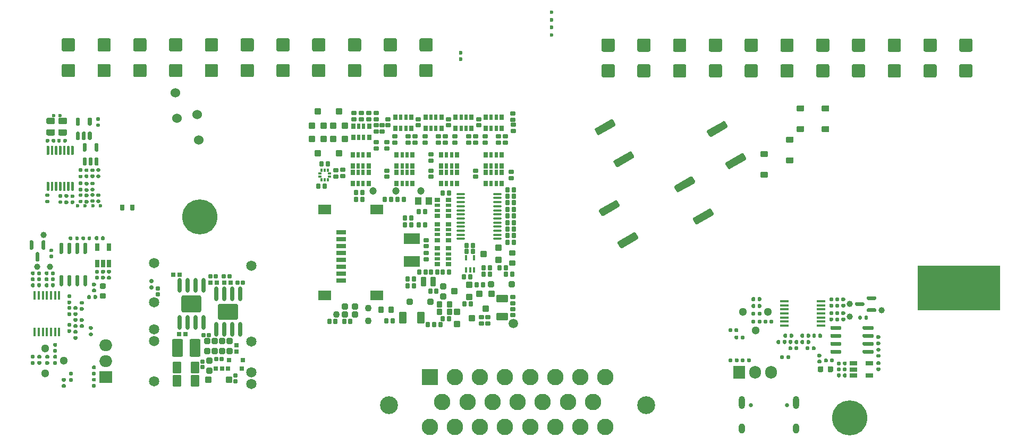
<source format=gbs>
G75*
G70*
%OFA0B0*%
%FSLAX25Y25*%
%IPPOS*%
%LPD*%
%AMOC8*
5,1,8,0,0,1.08239X$1,22.5*
%
%AMM147*
21,1,0.041340,0.026770,-0.000000,-0.000000,180.000000*
21,1,0.029130,0.038980,-0.000000,-0.000000,180.000000*
1,1,0.012210,-0.014570,0.013390*
1,1,0.012210,0.014570,0.013390*
1,1,0.012210,0.014570,-0.013390*
1,1,0.012210,-0.014570,-0.013390*
%
%AMM148*
21,1,0.076380,0.036220,-0.000000,-0.000000,270.000000*
21,1,0.061810,0.050790,-0.000000,-0.000000,270.000000*
1,1,0.014570,-0.018110,-0.030910*
1,1,0.014570,-0.018110,0.030910*
1,1,0.014570,0.018110,0.030910*
1,1,0.014570,0.018110,-0.030910*
%
%AMM151*
21,1,0.029130,0.018900,-0.000000,-0.000000,270.000000*
21,1,0.018900,0.029130,-0.000000,-0.000000,270.000000*
1,1,0.010240,-0.009450,-0.009450*
1,1,0.010240,-0.009450,0.009450*
1,1,0.010240,0.009450,0.009450*
1,1,0.010240,0.009450,-0.009450*
%
%AMM152*
21,1,0.025200,0.019680,-0.000000,-0.000000,180.000000*
21,1,0.015750,0.029130,-0.000000,-0.000000,180.000000*
1,1,0.009450,-0.007870,0.009840*
1,1,0.009450,0.007870,0.009840*
1,1,0.009450,0.007870,-0.009840*
1,1,0.009450,-0.007870,-0.009840*
%
%AMM153*
21,1,0.025200,0.019680,-0.000000,-0.000000,90.000000*
21,1,0.015750,0.029130,-0.000000,-0.000000,90.000000*
1,1,0.009450,0.009840,0.007870*
1,1,0.009450,0.009840,-0.007870*
1,1,0.009450,-0.009840,-0.007870*
1,1,0.009450,-0.009840,0.007870*
%
%AMM159*
21,1,0.111810,0.050390,-0.000000,-0.000000,270.000000*
21,1,0.093700,0.068500,-0.000000,-0.000000,270.000000*
1,1,0.018110,-0.025200,-0.046850*
1,1,0.018110,-0.025200,0.046850*
1,1,0.018110,0.025200,0.046850*
1,1,0.018110,0.025200,-0.046850*
%
%AMM160*
21,1,0.038980,0.026770,-0.000000,-0.000000,90.000000*
21,1,0.026770,0.038980,-0.000000,-0.000000,90.000000*
1,1,0.012210,0.013390,0.013390*
1,1,0.012210,0.013390,-0.013390*
1,1,0.012210,-0.013390,-0.013390*
1,1,0.012210,-0.013390,0.013390*
%
%AMM161*
21,1,0.029130,0.018900,-0.000000,-0.000000,0.000000*
21,1,0.018900,0.029130,-0.000000,-0.000000,0.000000*
1,1,0.010240,0.009450,-0.009450*
1,1,0.010240,-0.009450,-0.009450*
1,1,0.010240,-0.009450,0.009450*
1,1,0.010240,0.009450,0.009450*
%
%AMM162*
21,1,0.127560,0.075590,-0.000000,-0.000000,0.000000*
21,1,0.103150,0.100000,-0.000000,-0.000000,0.000000*
1,1,0.024410,0.051580,-0.037800*
1,1,0.024410,-0.051580,-0.037800*
1,1,0.024410,-0.051580,0.037800*
1,1,0.024410,0.051580,0.037800*
%
%AMM163*
21,1,0.123620,0.083460,-0.000000,-0.000000,180.000000*
21,1,0.097240,0.109840,-0.000000,-0.000000,180.000000*
1,1,0.026380,-0.048620,0.041730*
1,1,0.026380,0.048620,0.041730*
1,1,0.026380,0.048620,-0.041730*
1,1,0.026380,-0.048620,-0.041730*
%
%AMM235*
21,1,0.029530,0.026380,-0.000000,-0.000000,90.000000*
21,1,0.020470,0.035430,-0.000000,-0.000000,90.000000*
1,1,0.009060,0.013190,0.010240*
1,1,0.009060,0.013190,-0.010240*
1,1,0.009060,-0.013190,-0.010240*
1,1,0.009060,-0.013190,0.010240*
%
%AMM236*
21,1,0.021650,0.027950,-0.000000,-0.000000,90.000000*
21,1,0.014170,0.035430,-0.000000,-0.000000,90.000000*
1,1,0.007480,0.013980,0.007090*
1,1,0.007480,0.013980,-0.007090*
1,1,0.007480,-0.013980,-0.007090*
1,1,0.007480,-0.013980,0.007090*
%
%AMM239*
21,1,0.031500,0.018900,-0.000000,-0.000000,270.000000*
21,1,0.022840,0.027560,-0.000000,-0.000000,270.000000*
1,1,0.008660,-0.009450,-0.011420*
1,1,0.008660,-0.009450,0.011420*
1,1,0.008660,0.009450,0.011420*
1,1,0.008660,0.009450,-0.011420*
%
%AMM241*
21,1,0.031500,0.018900,-0.000000,-0.000000,0.000000*
21,1,0.022840,0.027560,-0.000000,-0.000000,0.000000*
1,1,0.008660,0.011420,-0.009450*
1,1,0.008660,-0.011420,-0.009450*
1,1,0.008660,-0.011420,0.009450*
1,1,0.008660,0.011420,0.009450*
%
%AMM243*
21,1,0.039370,0.030320,-0.000000,-0.000000,90.000000*
21,1,0.028350,0.041340,-0.000000,-0.000000,90.000000*
1,1,0.011020,0.015160,0.014170*
1,1,0.011020,0.015160,-0.014170*
1,1,0.011020,-0.015160,-0.014170*
1,1,0.011020,-0.015160,0.014170*
%
%AMM246*
21,1,0.031500,0.030710,-0.000000,-0.000000,180.000000*
21,1,0.022050,0.040160,-0.000000,-0.000000,180.000000*
1,1,0.009450,-0.011020,0.015350*
1,1,0.009450,0.011020,0.015350*
1,1,0.009450,0.011020,-0.015350*
1,1,0.009450,-0.011020,-0.015350*
%
%AMM261*
21,1,0.037400,0.026770,-0.000000,-0.000000,270.000000*
21,1,0.026770,0.037400,-0.000000,-0.000000,270.000000*
1,1,0.010630,-0.013390,-0.013390*
1,1,0.010630,-0.013390,0.013390*
1,1,0.010630,0.013390,0.013390*
1,1,0.010630,0.013390,-0.013390*
%
%AMM262*
21,1,0.029530,0.026380,-0.000000,-0.000000,180.000000*
21,1,0.020470,0.035430,-0.000000,-0.000000,180.000000*
1,1,0.009060,-0.010240,0.013190*
1,1,0.009060,0.010240,0.013190*
1,1,0.009060,0.010240,-0.013190*
1,1,0.009060,-0.010240,-0.013190*
%
%AMM263*
21,1,0.021650,0.027950,-0.000000,-0.000000,180.000000*
21,1,0.014170,0.035430,-0.000000,-0.000000,180.000000*
1,1,0.007480,-0.007090,0.013980*
1,1,0.007480,0.007090,0.013980*
1,1,0.007480,0.007090,-0.013980*
1,1,0.007480,-0.007090,-0.013980*
%
%AMM264*
21,1,0.037400,0.026770,-0.000000,-0.000000,180.000000*
21,1,0.026770,0.037400,-0.000000,-0.000000,180.000000*
1,1,0.010630,-0.013390,0.013390*
1,1,0.010630,0.013390,0.013390*
1,1,0.010630,0.013390,-0.013390*
1,1,0.010630,-0.013390,-0.013390*
%
%AMM265*
21,1,0.082680,0.045670,-0.000000,-0.000000,0.000000*
21,1,0.067320,0.061020,-0.000000,-0.000000,0.000000*
1,1,0.015350,0.033660,-0.022840*
1,1,0.015350,-0.033660,-0.022840*
1,1,0.015350,-0.033660,0.022840*
1,1,0.015350,0.033660,0.022840*
%
%AMM266*
21,1,0.062990,0.020470,-0.000000,-0.000000,0.000000*
21,1,0.053940,0.029530,-0.000000,-0.000000,0.000000*
1,1,0.009060,0.026970,-0.010240*
1,1,0.009060,-0.026970,-0.010240*
1,1,0.009060,-0.026970,0.010240*
1,1,0.009060,0.026970,0.010240*
%
%AMM267*
21,1,0.039370,0.030320,-0.000000,-0.000000,0.000000*
21,1,0.028350,0.041340,-0.000000,-0.000000,0.000000*
1,1,0.011020,0.014170,-0.015160*
1,1,0.011020,-0.014170,-0.015160*
1,1,0.011020,-0.014170,0.015160*
1,1,0.011020,0.014170,0.015160*
%
%AMM268*
21,1,0.016540,0.028980,-0.000000,-0.000000,0.000000*
21,1,0.010080,0.035430,-0.000000,-0.000000,0.000000*
1,1,0.006460,0.005040,-0.014490*
1,1,0.006460,-0.005040,-0.014490*
1,1,0.006460,-0.005040,0.014490*
1,1,0.006460,0.005040,0.014490*
%
%AMM269*
21,1,0.074800,0.036220,-0.000000,-0.000000,180.000000*
21,1,0.061810,0.049210,-0.000000,-0.000000,180.000000*
1,1,0.012990,-0.030910,0.018110*
1,1,0.012990,0.030910,0.018110*
1,1,0.012990,0.030910,-0.018110*
1,1,0.012990,-0.030910,-0.018110*
%
%AMM270*
21,1,0.039760,0.026770,-0.000000,-0.000000,180.000000*
21,1,0.029130,0.037400,-0.000000,-0.000000,180.000000*
1,1,0.010630,-0.014570,0.013390*
1,1,0.010630,0.014570,0.013390*
1,1,0.010630,0.014570,-0.013390*
1,1,0.010630,-0.014570,-0.013390*
%
%AMM271*
21,1,0.031500,0.049610,-0.000000,-0.000000,180.000000*
21,1,0.022050,0.059060,-0.000000,-0.000000,180.000000*
1,1,0.009450,-0.011020,0.024800*
1,1,0.009450,0.011020,0.024800*
1,1,0.009450,0.011020,-0.024800*
1,1,0.009450,-0.011020,-0.024800*
%
%AMM272*
21,1,0.074800,0.036220,-0.000000,-0.000000,270.000000*
21,1,0.061810,0.049210,-0.000000,-0.000000,270.000000*
1,1,0.012990,-0.018110,-0.030910*
1,1,0.012990,-0.018110,0.030910*
1,1,0.012990,0.018110,0.030910*
1,1,0.012990,0.018110,-0.030910*
%
%AMM273*
21,1,0.031500,0.030710,-0.000000,-0.000000,270.000000*
21,1,0.022050,0.040160,-0.000000,-0.000000,270.000000*
1,1,0.009450,-0.015350,-0.011020*
1,1,0.009450,-0.015350,0.011020*
1,1,0.009450,0.015350,0.011020*
1,1,0.009450,0.015350,-0.011020*
%
%ADD127C,0.02913*%
%ADD128C,0.06457*%
%ADD138O,0.02520X0.09213*%
%ADD14C,0.22047*%
%ADD146C,0.05118*%
%ADD15C,0.02362*%
%ADD150R,0.07500X0.07874*%
%ADD151O,0.07500X0.07874*%
%ADD152C,0.03900*%
%ADD154R,0.05709X0.01772*%
%ADD155R,0.04803X0.02559*%
%ADD206C,0.04724*%
%ADD207C,0.04294*%
%ADD232R,0.01772X0.01870*%
%ADD234O,0.05354X0.01378*%
%ADD237R,0.09843X0.07087*%
%ADD238R,0.01870X0.01772*%
%ADD240R,0.04331X0.04724*%
%ADD30C,0.05906*%
%ADD309M147*%
%ADD310M148*%
%ADD313M151*%
%ADD314M152*%
%ADD315M153*%
%ADD321M159*%
%ADD322M160*%
%ADD323M161*%
%ADD324M162*%
%ADD325M163*%
%ADD328R,0.07874X0.07500*%
%ADD329O,0.07874X0.07500*%
%ADD331R,0.01772X0.05709*%
%ADD332R,0.02559X0.04803*%
%ADD40R,0.10335X0.10335*%
%ADD41C,0.10335*%
%ADD424M235*%
%ADD425M236*%
%ADD428M239*%
%ADD430M241*%
%ADD432M243*%
%ADD435M246*%
%ADD450M261*%
%ADD451M262*%
%ADD452M263*%
%ADD453M264*%
%ADD454M265*%
%ADD455M266*%
%ADD456M267*%
%ADD457M268*%
%ADD458M269*%
%ADD459M270*%
%ADD460M271*%
%ADD461M272*%
%ADD462M273*%
%ADD48O,0.03937X0.08268*%
%ADD49O,0.03937X0.06299*%
%ADD50C,0.06000*%
%ADD73C,0.00472*%
%ADD74C,0.11220*%
%ADD75C,0.02559*%
X0000000Y0000000D02*
%LPD*%
G01*
D73*
X0617161Y0086610D02*
X0565980Y0086610D01*
X0565980Y0114169D01*
X0617161Y0114169D01*
X0617161Y0086610D01*
G36*
X0617161Y0086610D02*
G01*
X0565980Y0086610D01*
X0565980Y0114169D01*
X0617161Y0114169D01*
X0617161Y0086610D01*
G37*
D14*
X0115776Y0144693D03*
D15*
X0043787Y0151658D03*
X0039063Y0151658D03*
X0048512Y0151658D03*
X0053236Y0151658D03*
X0027803Y0208449D03*
X0023866Y0208449D03*
D30*
X0086965Y0041441D03*
X0086965Y0066638D03*
X0086965Y0074118D03*
X0086965Y0091047D03*
D15*
X0085193Y0100496D03*
X0085193Y0104433D03*
D30*
X0086965Y0115654D03*
X0147988Y0039669D03*
X0147988Y0046953D03*
X0147988Y0066441D03*
X0147988Y0113882D03*
D74*
X0234276Y0026543D03*
X0395693Y0026543D03*
D40*
X0259866Y0044260D03*
D41*
X0275614Y0044260D03*
X0291362Y0044260D03*
X0307110Y0044260D03*
X0322858Y0044260D03*
X0338606Y0044260D03*
X0354354Y0044260D03*
X0370102Y0044260D03*
X0267740Y0028512D03*
X0283488Y0028512D03*
X0299236Y0028512D03*
X0314984Y0028512D03*
X0330732Y0028512D03*
X0346480Y0028512D03*
X0362228Y0028512D03*
X0259866Y0012764D03*
X0275614Y0012764D03*
X0291362Y0012764D03*
X0307110Y0012764D03*
X0322858Y0012764D03*
X0338606Y0012764D03*
X0354354Y0012764D03*
X0370102Y0012764D03*
G36*
G01*
X0592028Y0233465D02*
X0592028Y0239764D01*
G75*
G02*
X0593012Y0240748I0000984J0000000D01*
G01*
X0599311Y0240748D01*
G75*
G02*
X0600295Y0239764I0000000J-000984D01*
G01*
X0600295Y0233465D01*
G75*
G02*
X0599311Y0232480I-000984J0000000D01*
G01*
X0593012Y0232480D01*
G75*
G02*
X0592028Y0233465I0000000J0000984D01*
G01*
G37*
G36*
G01*
X0569587Y0233465D02*
X0569587Y0239764D01*
G75*
G02*
X0570571Y0240748I0000984J0000000D01*
G01*
X0576870Y0240748D01*
G75*
G02*
X0577854Y0239764I0000000J-000984D01*
G01*
X0577854Y0233465D01*
G75*
G02*
X0576870Y0232480I-000984J0000000D01*
G01*
X0570571Y0232480D01*
G75*
G02*
X0569587Y0233465I0000000J0000984D01*
G01*
G37*
G36*
G01*
X0547146Y0233465D02*
X0547146Y0239764D01*
G75*
G02*
X0548130Y0240748I0000984J0000000D01*
G01*
X0554429Y0240748D01*
G75*
G02*
X0555413Y0239764I0000000J-000984D01*
G01*
X0555413Y0233465D01*
G75*
G02*
X0554429Y0232480I-000984J0000000D01*
G01*
X0548130Y0232480D01*
G75*
G02*
X0547146Y0233465I0000000J0000984D01*
G01*
G37*
G36*
G01*
X0524705Y0233465D02*
X0524705Y0239764D01*
G75*
G02*
X0525689Y0240748I0000984J0000000D01*
G01*
X0531988Y0240748D01*
G75*
G02*
X0532972Y0239764I0000000J-000984D01*
G01*
X0532972Y0233465D01*
G75*
G02*
X0531988Y0232480I-000984J0000000D01*
G01*
X0525689Y0232480D01*
G75*
G02*
X0524705Y0233465I0000000J0000984D01*
G01*
G37*
G36*
G01*
X0502264Y0233465D02*
X0502264Y0239764D01*
G75*
G02*
X0503248Y0240748I0000984J0000000D01*
G01*
X0509547Y0240748D01*
G75*
G02*
X0510531Y0239764I0000000J-000984D01*
G01*
X0510531Y0233465D01*
G75*
G02*
X0509547Y0232480I-000984J0000000D01*
G01*
X0503248Y0232480D01*
G75*
G02*
X0502264Y0233465I0000000J0000984D01*
G01*
G37*
G36*
G01*
X0479823Y0233465D02*
X0479823Y0239764D01*
G75*
G02*
X0480807Y0240748I0000984J0000000D01*
G01*
X0487106Y0240748D01*
G75*
G02*
X0488091Y0239764I0000000J-000984D01*
G01*
X0488091Y0233465D01*
G75*
G02*
X0487106Y0232480I-000984J0000000D01*
G01*
X0480807Y0232480D01*
G75*
G02*
X0479823Y0233465I0000000J0000984D01*
G01*
G37*
G36*
G01*
X0457382Y0233465D02*
X0457382Y0239764D01*
G75*
G02*
X0458366Y0240748I0000984J0000000D01*
G01*
X0464665Y0240748D01*
G75*
G02*
X0465650Y0239764I0000000J-000984D01*
G01*
X0465650Y0233465D01*
G75*
G02*
X0464665Y0232480I-000984J0000000D01*
G01*
X0458366Y0232480D01*
G75*
G02*
X0457382Y0233465I0000000J0000984D01*
G01*
G37*
G36*
G01*
X0434941Y0233465D02*
X0434941Y0239764D01*
G75*
G02*
X0435925Y0240748I0000984J0000000D01*
G01*
X0442224Y0240748D01*
G75*
G02*
X0443209Y0239764I0000000J-000984D01*
G01*
X0443209Y0233465D01*
G75*
G02*
X0442224Y0232480I-000984J0000000D01*
G01*
X0435925Y0232480D01*
G75*
G02*
X0434941Y0233465I0000000J0000984D01*
G01*
G37*
G36*
G01*
X0412500Y0233465D02*
X0412500Y0239764D01*
G75*
G02*
X0413484Y0240748I0000984J0000000D01*
G01*
X0419783Y0240748D01*
G75*
G02*
X0420768Y0239764I0000000J-000984D01*
G01*
X0420768Y0233465D01*
G75*
G02*
X0419783Y0232480I-000984J0000000D01*
G01*
X0413484Y0232480D01*
G75*
G02*
X0412500Y0233465I0000000J0000984D01*
G01*
G37*
G36*
G01*
X0390059Y0233465D02*
X0390059Y0239764D01*
G75*
G02*
X0391043Y0240748I0000984J0000000D01*
G01*
X0397343Y0240748D01*
G75*
G02*
X0398327Y0239764I0000000J-000984D01*
G01*
X0398327Y0233465D01*
G75*
G02*
X0397343Y0232480I-000984J0000000D01*
G01*
X0391043Y0232480D01*
G75*
G02*
X0390059Y0233465I0000000J0000984D01*
G01*
G37*
G36*
G01*
X0367618Y0233465D02*
X0367618Y0239764D01*
G75*
G02*
X0368602Y0240748I0000984J0000000D01*
G01*
X0374902Y0240748D01*
G75*
G02*
X0375886Y0239764I0000000J-000984D01*
G01*
X0375886Y0233465D01*
G75*
G02*
X0374902Y0232480I-000984J0000000D01*
G01*
X0368602Y0232480D01*
G75*
G02*
X0367618Y0233465I0000000J0000984D01*
G01*
G37*
G36*
G01*
X0592028Y0249606D02*
X0592028Y0255906D01*
G75*
G02*
X0593012Y0256890I0000984J0000000D01*
G01*
X0599311Y0256890D01*
G75*
G02*
X0600295Y0255906I0000000J-000984D01*
G01*
X0600295Y0249606D01*
G75*
G02*
X0599311Y0248622I-000984J0000000D01*
G01*
X0593012Y0248622D01*
G75*
G02*
X0592028Y0249606I0000000J0000984D01*
G01*
G37*
G36*
G01*
X0569587Y0249606D02*
X0569587Y0255906D01*
G75*
G02*
X0570571Y0256890I0000984J0000000D01*
G01*
X0576870Y0256890D01*
G75*
G02*
X0577854Y0255906I0000000J-000984D01*
G01*
X0577854Y0249606D01*
G75*
G02*
X0576870Y0248622I-000984J0000000D01*
G01*
X0570571Y0248622D01*
G75*
G02*
X0569587Y0249606I0000000J0000984D01*
G01*
G37*
G36*
G01*
X0547146Y0249606D02*
X0547146Y0255906D01*
G75*
G02*
X0548130Y0256890I0000984J0000000D01*
G01*
X0554429Y0256890D01*
G75*
G02*
X0555413Y0255906I0000000J-000984D01*
G01*
X0555413Y0249606D01*
G75*
G02*
X0554429Y0248622I-000984J0000000D01*
G01*
X0548130Y0248622D01*
G75*
G02*
X0547146Y0249606I0000000J0000984D01*
G01*
G37*
G36*
G01*
X0524705Y0249606D02*
X0524705Y0255906D01*
G75*
G02*
X0525689Y0256890I0000984J0000000D01*
G01*
X0531988Y0256890D01*
G75*
G02*
X0532972Y0255906I0000000J-000984D01*
G01*
X0532972Y0249606D01*
G75*
G02*
X0531988Y0248622I-000984J0000000D01*
G01*
X0525689Y0248622D01*
G75*
G02*
X0524705Y0249606I0000000J0000984D01*
G01*
G37*
G36*
G01*
X0502264Y0249606D02*
X0502264Y0255906D01*
G75*
G02*
X0503248Y0256890I0000984J0000000D01*
G01*
X0509547Y0256890D01*
G75*
G02*
X0510531Y0255906I0000000J-000984D01*
G01*
X0510531Y0249606D01*
G75*
G02*
X0509547Y0248622I-000984J0000000D01*
G01*
X0503248Y0248622D01*
G75*
G02*
X0502264Y0249606I0000000J0000984D01*
G01*
G37*
G36*
G01*
X0479823Y0249606D02*
X0479823Y0255906D01*
G75*
G02*
X0480807Y0256890I0000984J0000000D01*
G01*
X0487106Y0256890D01*
G75*
G02*
X0488091Y0255906I0000000J-000984D01*
G01*
X0488091Y0249606D01*
G75*
G02*
X0487106Y0248622I-000984J0000000D01*
G01*
X0480807Y0248622D01*
G75*
G02*
X0479823Y0249606I0000000J0000984D01*
G01*
G37*
G36*
G01*
X0457382Y0249606D02*
X0457382Y0255906D01*
G75*
G02*
X0458366Y0256890I0000984J0000000D01*
G01*
X0464665Y0256890D01*
G75*
G02*
X0465650Y0255906I0000000J-000984D01*
G01*
X0465650Y0249606D01*
G75*
G02*
X0464665Y0248622I-000984J0000000D01*
G01*
X0458366Y0248622D01*
G75*
G02*
X0457382Y0249606I0000000J0000984D01*
G01*
G37*
G36*
G01*
X0434941Y0249606D02*
X0434941Y0255906D01*
G75*
G02*
X0435925Y0256890I0000984J0000000D01*
G01*
X0442224Y0256890D01*
G75*
G02*
X0443209Y0255906I0000000J-000984D01*
G01*
X0443209Y0249606D01*
G75*
G02*
X0442224Y0248622I-000984J0000000D01*
G01*
X0435925Y0248622D01*
G75*
G02*
X0434941Y0249606I0000000J0000984D01*
G01*
G37*
G36*
G01*
X0412500Y0249606D02*
X0412500Y0255906D01*
G75*
G02*
X0413484Y0256890I0000984J0000000D01*
G01*
X0419783Y0256890D01*
G75*
G02*
X0420768Y0255906I0000000J-000984D01*
G01*
X0420768Y0249606D01*
G75*
G02*
X0419783Y0248622I-000984J0000000D01*
G01*
X0413484Y0248622D01*
G75*
G02*
X0412500Y0249606I0000000J0000984D01*
G01*
G37*
G36*
G01*
X0390059Y0249606D02*
X0390059Y0255906D01*
G75*
G02*
X0391043Y0256890I0000984J0000000D01*
G01*
X0397343Y0256890D01*
G75*
G02*
X0398327Y0255906I0000000J-000984D01*
G01*
X0398327Y0249606D01*
G75*
G02*
X0397343Y0248622I-000984J0000000D01*
G01*
X0391043Y0248622D01*
G75*
G02*
X0390059Y0249606I0000000J0000984D01*
G01*
G37*
G36*
G01*
X0367618Y0249606D02*
X0367618Y0255906D01*
G75*
G02*
X0368602Y0256890I0000984J0000000D01*
G01*
X0374902Y0256890D01*
G75*
G02*
X0375886Y0255906I0000000J-000984D01*
G01*
X0375886Y0249606D01*
G75*
G02*
X0374902Y0248622I-000984J0000000D01*
G01*
X0368602Y0248622D01*
G75*
G02*
X0367618Y0249606I0000000J0000984D01*
G01*
G37*
G36*
G01*
X0253445Y0233661D02*
X0253445Y0239961D01*
G75*
G02*
X0254429Y0240945I0000984J0000000D01*
G01*
X0260728Y0240945D01*
G75*
G02*
X0261713Y0239961I0000000J-000984D01*
G01*
X0261713Y0233661D01*
G75*
G02*
X0260728Y0232677I-000984J0000000D01*
G01*
X0254429Y0232677D01*
G75*
G02*
X0253445Y0233661I0000000J0000984D01*
G01*
G37*
G36*
G01*
X0231004Y0233661D02*
X0231004Y0239961D01*
G75*
G02*
X0231988Y0240945I0000984J0000000D01*
G01*
X0238287Y0240945D01*
G75*
G02*
X0239272Y0239961I0000000J-000984D01*
G01*
X0239272Y0233661D01*
G75*
G02*
X0238287Y0232677I-000984J0000000D01*
G01*
X0231988Y0232677D01*
G75*
G02*
X0231004Y0233661I0000000J0000984D01*
G01*
G37*
G36*
G01*
X0208563Y0233661D02*
X0208563Y0239961D01*
G75*
G02*
X0209547Y0240945I0000984J0000000D01*
G01*
X0215846Y0240945D01*
G75*
G02*
X0216831Y0239961I0000000J-000984D01*
G01*
X0216831Y0233661D01*
G75*
G02*
X0215846Y0232677I-000984J0000000D01*
G01*
X0209547Y0232677D01*
G75*
G02*
X0208563Y0233661I0000000J0000984D01*
G01*
G37*
G36*
G01*
X0186122Y0233661D02*
X0186122Y0239961D01*
G75*
G02*
X0187106Y0240945I0000984J0000000D01*
G01*
X0193406Y0240945D01*
G75*
G02*
X0194390Y0239961I0000000J-000984D01*
G01*
X0194390Y0233661D01*
G75*
G02*
X0193406Y0232677I-000984J0000000D01*
G01*
X0187106Y0232677D01*
G75*
G02*
X0186122Y0233661I0000000J0000984D01*
G01*
G37*
G36*
G01*
X0163681Y0233661D02*
X0163681Y0239961D01*
G75*
G02*
X0164665Y0240945I0000984J0000000D01*
G01*
X0170965Y0240945D01*
G75*
G02*
X0171949Y0239961I0000000J-000984D01*
G01*
X0171949Y0233661D01*
G75*
G02*
X0170965Y0232677I-000984J0000000D01*
G01*
X0164665Y0232677D01*
G75*
G02*
X0163681Y0233661I0000000J0000984D01*
G01*
G37*
G36*
G01*
X0141240Y0233661D02*
X0141240Y0239961D01*
G75*
G02*
X0142224Y0240945I0000984J0000000D01*
G01*
X0148524Y0240945D01*
G75*
G02*
X0149508Y0239961I0000000J-000984D01*
G01*
X0149508Y0233661D01*
G75*
G02*
X0148524Y0232677I-000984J0000000D01*
G01*
X0142224Y0232677D01*
G75*
G02*
X0141240Y0233661I0000000J0000984D01*
G01*
G37*
G36*
G01*
X0118799Y0233661D02*
X0118799Y0239961D01*
G75*
G02*
X0119783Y0240945I0000984J0000000D01*
G01*
X0126083Y0240945D01*
G75*
G02*
X0127067Y0239961I0000000J-000984D01*
G01*
X0127067Y0233661D01*
G75*
G02*
X0126083Y0232677I-000984J0000000D01*
G01*
X0119783Y0232677D01*
G75*
G02*
X0118799Y0233661I0000000J0000984D01*
G01*
G37*
G36*
G01*
X0096358Y0233661D02*
X0096358Y0239961D01*
G75*
G02*
X0097343Y0240945I0000984J0000000D01*
G01*
X0103642Y0240945D01*
G75*
G02*
X0104626Y0239961I0000000J-000984D01*
G01*
X0104626Y0233661D01*
G75*
G02*
X0103642Y0232677I-000984J0000000D01*
G01*
X0097343Y0232677D01*
G75*
G02*
X0096358Y0233661I0000000J0000984D01*
G01*
G37*
G36*
G01*
X0073917Y0233661D02*
X0073917Y0239961D01*
G75*
G02*
X0074902Y0240945I0000984J0000000D01*
G01*
X0081201Y0240945D01*
G75*
G02*
X0082185Y0239961I0000000J-000984D01*
G01*
X0082185Y0233661D01*
G75*
G02*
X0081201Y0232677I-000984J0000000D01*
G01*
X0074902Y0232677D01*
G75*
G02*
X0073917Y0233661I0000000J0000984D01*
G01*
G37*
G36*
G01*
X0051476Y0233661D02*
X0051476Y0239961D01*
G75*
G02*
X0052461Y0240945I0000984J0000000D01*
G01*
X0058760Y0240945D01*
G75*
G02*
X0059744Y0239961I0000000J-000984D01*
G01*
X0059744Y0233661D01*
G75*
G02*
X0058760Y0232677I-000984J0000000D01*
G01*
X0052461Y0232677D01*
G75*
G02*
X0051476Y0233661I0000000J0000984D01*
G01*
G37*
G36*
G01*
X0029035Y0233661D02*
X0029035Y0239961D01*
G75*
G02*
X0030020Y0240945I0000984J0000000D01*
G01*
X0036319Y0240945D01*
G75*
G02*
X0037303Y0239961I0000000J-000984D01*
G01*
X0037303Y0233661D01*
G75*
G02*
X0036319Y0232677I-000984J0000000D01*
G01*
X0030020Y0232677D01*
G75*
G02*
X0029035Y0233661I0000000J0000984D01*
G01*
G37*
G36*
G01*
X0253445Y0249803D02*
X0253445Y0256102D01*
G75*
G02*
X0254429Y0257087I0000984J0000000D01*
G01*
X0260728Y0257087D01*
G75*
G02*
X0261713Y0256102I0000000J-000984D01*
G01*
X0261713Y0249803D01*
G75*
G02*
X0260728Y0248819I-000984J0000000D01*
G01*
X0254429Y0248819D01*
G75*
G02*
X0253445Y0249803I0000000J0000984D01*
G01*
G37*
G36*
G01*
X0231004Y0249803D02*
X0231004Y0256102D01*
G75*
G02*
X0231988Y0257087I0000984J0000000D01*
G01*
X0238287Y0257087D01*
G75*
G02*
X0239272Y0256102I0000000J-000984D01*
G01*
X0239272Y0249803D01*
G75*
G02*
X0238287Y0248819I-000984J0000000D01*
G01*
X0231988Y0248819D01*
G75*
G02*
X0231004Y0249803I0000000J0000984D01*
G01*
G37*
G36*
G01*
X0208563Y0249803D02*
X0208563Y0256102D01*
G75*
G02*
X0209547Y0257087I0000984J0000000D01*
G01*
X0215846Y0257087D01*
G75*
G02*
X0216831Y0256102I0000000J-000984D01*
G01*
X0216831Y0249803D01*
G75*
G02*
X0215846Y0248819I-000984J0000000D01*
G01*
X0209547Y0248819D01*
G75*
G02*
X0208563Y0249803I0000000J0000984D01*
G01*
G37*
G36*
G01*
X0186122Y0249803D02*
X0186122Y0256102D01*
G75*
G02*
X0187106Y0257087I0000984J0000000D01*
G01*
X0193406Y0257087D01*
G75*
G02*
X0194390Y0256102I0000000J-000984D01*
G01*
X0194390Y0249803D01*
G75*
G02*
X0193406Y0248819I-000984J0000000D01*
G01*
X0187106Y0248819D01*
G75*
G02*
X0186122Y0249803I0000000J0000984D01*
G01*
G37*
G36*
G01*
X0163681Y0249803D02*
X0163681Y0256102D01*
G75*
G02*
X0164665Y0257087I0000984J0000000D01*
G01*
X0170965Y0257087D01*
G75*
G02*
X0171949Y0256102I0000000J-000984D01*
G01*
X0171949Y0249803D01*
G75*
G02*
X0170965Y0248819I-000984J0000000D01*
G01*
X0164665Y0248819D01*
G75*
G02*
X0163681Y0249803I0000000J0000984D01*
G01*
G37*
G36*
G01*
X0141240Y0249803D02*
X0141240Y0256102D01*
G75*
G02*
X0142224Y0257087I0000984J0000000D01*
G01*
X0148524Y0257087D01*
G75*
G02*
X0149508Y0256102I0000000J-000984D01*
G01*
X0149508Y0249803D01*
G75*
G02*
X0148524Y0248819I-000984J0000000D01*
G01*
X0142224Y0248819D01*
G75*
G02*
X0141240Y0249803I0000000J0000984D01*
G01*
G37*
G36*
G01*
X0118799Y0249803D02*
X0118799Y0256102D01*
G75*
G02*
X0119783Y0257087I0000984J0000000D01*
G01*
X0126083Y0257087D01*
G75*
G02*
X0127067Y0256102I0000000J-000984D01*
G01*
X0127067Y0249803D01*
G75*
G02*
X0126083Y0248819I-000984J0000000D01*
G01*
X0119783Y0248819D01*
G75*
G02*
X0118799Y0249803I0000000J0000984D01*
G01*
G37*
G36*
G01*
X0096358Y0249803D02*
X0096358Y0256102D01*
G75*
G02*
X0097343Y0257087I0000984J0000000D01*
G01*
X0103642Y0257087D01*
G75*
G02*
X0104626Y0256102I0000000J-000984D01*
G01*
X0104626Y0249803D01*
G75*
G02*
X0103642Y0248819I-000984J0000000D01*
G01*
X0097343Y0248819D01*
G75*
G02*
X0096358Y0249803I0000000J0000984D01*
G01*
G37*
G36*
G01*
X0073917Y0249803D02*
X0073917Y0256102D01*
G75*
G02*
X0074902Y0257087I0000984J0000000D01*
G01*
X0081201Y0257087D01*
G75*
G02*
X0082185Y0256102I0000000J-000984D01*
G01*
X0082185Y0249803D01*
G75*
G02*
X0081201Y0248819I-000984J0000000D01*
G01*
X0074902Y0248819D01*
G75*
G02*
X0073917Y0249803I0000000J0000984D01*
G01*
G37*
G36*
G01*
X0051476Y0249803D02*
X0051476Y0256102D01*
G75*
G02*
X0052461Y0257087I0000984J0000000D01*
G01*
X0058760Y0257087D01*
G75*
G02*
X0059744Y0256102I0000000J-000984D01*
G01*
X0059744Y0249803D01*
G75*
G02*
X0058760Y0248819I-000984J0000000D01*
G01*
X0052461Y0248819D01*
G75*
G02*
X0051476Y0249803I0000000J0000984D01*
G01*
G37*
G36*
G01*
X0029035Y0249803D02*
X0029035Y0256102D01*
G75*
G02*
X0030020Y0257087I0000984J0000000D01*
G01*
X0036319Y0257087D01*
G75*
G02*
X0037303Y0256102I0000000J-000984D01*
G01*
X0037303Y0249803D01*
G75*
G02*
X0036319Y0248819I-000984J0000000D01*
G01*
X0030020Y0248819D01*
G75*
G02*
X0029035Y0249803I0000000J0000984D01*
G01*
G37*
D15*
X0336154Y0263878D03*
X0336154Y0259154D03*
X0336154Y0268602D03*
X0336154Y0273327D03*
X0279362Y0247894D03*
X0279362Y0243957D03*
D75*
X0461169Y0026311D03*
X0483925Y0026311D03*
D48*
X0455539Y0028280D03*
D49*
X0455539Y0011823D03*
D48*
X0489555Y0028280D03*
D49*
X0489555Y0011823D03*
D14*
X0523256Y0018512D03*
D50*
X0100463Y0222651D03*
X0114104Y0209010D03*
X0101274Y0206797D03*
X0114915Y0193156D03*
G36*
G01*
X0510094Y0198197D02*
X0506079Y0198197D01*
G75*
G02*
X0505724Y0198551I0000000J0000354D01*
G01*
X0505724Y0201386D01*
G75*
G02*
X0506079Y0201740I0000354J0000000D01*
G01*
X0510094Y0201740D01*
G75*
G02*
X0510449Y0201386I0000000J-000354D01*
G01*
X0510449Y0198551D01*
G75*
G02*
X0510094Y0198197I-000354J0000000D01*
G01*
G37*
G36*
G01*
X0510094Y0211189D02*
X0506079Y0211189D01*
G75*
G02*
X0505724Y0211543I0000000J0000354D01*
G01*
X0505724Y0214378D01*
G75*
G02*
X0506079Y0214732I0000354J0000000D01*
G01*
X0510094Y0214732D01*
G75*
G02*
X0510449Y0214378I0000000J-000354D01*
G01*
X0510449Y0211543D01*
G75*
G02*
X0510094Y0211189I-000354J0000000D01*
G01*
G37*
G36*
G01*
X0494378Y0198303D02*
X0490362Y0198303D01*
G75*
G02*
X0490008Y0198658I0000000J0000354D01*
G01*
X0490008Y0201492D01*
G75*
G02*
X0490362Y0201847I0000354J0000000D01*
G01*
X0494378Y0201847D01*
G75*
G02*
X0494732Y0201492I0000000J-000354D01*
G01*
X0494732Y0198658D01*
G75*
G02*
X0494378Y0198303I-000354J0000000D01*
G01*
G37*
G36*
G01*
X0494378Y0211295D02*
X0490362Y0211295D01*
G75*
G02*
X0490008Y0211650I0000000J0000354D01*
G01*
X0490008Y0214484D01*
G75*
G02*
X0490362Y0214839I0000354J0000000D01*
G01*
X0494378Y0214839D01*
G75*
G02*
X0494732Y0214484I0000000J-000354D01*
G01*
X0494732Y0211650D01*
G75*
G02*
X0494378Y0211295I-000354J0000000D01*
G01*
G37*
G36*
G01*
X0471630Y0169543D02*
X0467614Y0169543D01*
G75*
G02*
X0467260Y0169898I0000000J0000354D01*
G01*
X0467260Y0172732D01*
G75*
G02*
X0467614Y0173087I0000354J0000000D01*
G01*
X0471630Y0173087D01*
G75*
G02*
X0471984Y0172732I0000000J-000354D01*
G01*
X0471984Y0169898D01*
G75*
G02*
X0471630Y0169543I-000354J0000000D01*
G01*
G37*
G36*
G01*
X0471630Y0182535D02*
X0467614Y0182535D01*
G75*
G02*
X0467260Y0182890I0000000J0000354D01*
G01*
X0467260Y0185724D01*
G75*
G02*
X0467614Y0186079I0000354J0000000D01*
G01*
X0471630Y0186079D01*
G75*
G02*
X0471984Y0185724I0000000J-000354D01*
G01*
X0471984Y0182890D01*
G75*
G02*
X0471630Y0182535I-000354J0000000D01*
G01*
G37*
G36*
G01*
X0457935Y0180588D02*
X0448218Y0174978D01*
G75*
G02*
X0446874Y0175338I-000492J0000852D01*
G01*
X0445446Y0177810D01*
G75*
G02*
X0445807Y0179155I0000852J0000492D01*
G01*
X0455524Y0184765D01*
G75*
G02*
X0456868Y0184405I0000492J-000852D01*
G01*
X0458296Y0181933D01*
G75*
G02*
X0457935Y0180588I-000852J-000492D01*
G01*
G37*
G36*
G01*
X0446272Y0200790D02*
X0436555Y0195180D01*
G75*
G02*
X0435210Y0195540I-000492J0000852D01*
G01*
X0433783Y0198012D01*
G75*
G02*
X0434143Y0199357I0000852J0000492D01*
G01*
X0443861Y0204967D01*
G75*
G02*
X0445205Y0204606I0000492J-000852D01*
G01*
X0446632Y0202135D01*
G75*
G02*
X0446272Y0200790I-000852J-000492D01*
G01*
G37*
G36*
G01*
X0487669Y0178595D02*
X0483654Y0178595D01*
G75*
G02*
X0483299Y0178949I0000000J0000354D01*
G01*
X0483299Y0181784D01*
G75*
G02*
X0483654Y0182138I0000354J0000000D01*
G01*
X0487669Y0182138D01*
G75*
G02*
X0488024Y0181784I0000000J-000354D01*
G01*
X0488024Y0178949D01*
G75*
G02*
X0487669Y0178595I-000354J0000000D01*
G01*
G37*
G36*
G01*
X0487669Y0191587D02*
X0483654Y0191587D01*
G75*
G02*
X0483299Y0191941I0000000J0000354D01*
G01*
X0483299Y0194776D01*
G75*
G02*
X0483654Y0195130I0000354J0000000D01*
G01*
X0487669Y0195130D01*
G75*
G02*
X0488024Y0194776I0000000J-000354D01*
G01*
X0488024Y0191941D01*
G75*
G02*
X0487669Y0191587I-000354J0000000D01*
G01*
G37*
G36*
G01*
X0065598Y0149240D02*
X0065598Y0152311D01*
G75*
G02*
X0065874Y0152587I0000276J0000000D01*
G01*
X0068079Y0152587D01*
G75*
G02*
X0068354Y0152311I0000000J-000276D01*
G01*
X0068354Y0149240D01*
G75*
G02*
X0068079Y0148965I-000276J0000000D01*
G01*
X0065874Y0148965D01*
G75*
G02*
X0065598Y0149240I0000000J0000276D01*
G01*
G37*
G36*
G01*
X0071898Y0149240D02*
X0071898Y0152311D01*
G75*
G02*
X0072173Y0152587I0000276J0000000D01*
G01*
X0074378Y0152587D01*
G75*
G02*
X0074654Y0152311I0000000J-000276D01*
G01*
X0074654Y0149240D01*
G75*
G02*
X0074378Y0148965I-000276J0000000D01*
G01*
X0072173Y0148965D01*
G75*
G02*
X0071898Y0149240I0000000J0000276D01*
G01*
G37*
G36*
G01*
X0387660Y0181754D02*
X0377943Y0176144D01*
G75*
G02*
X0376598Y0176504I-000492J0000852D01*
G01*
X0375171Y0178976D01*
G75*
G02*
X0375531Y0180320I0000852J0000492D01*
G01*
X0385248Y0185931D01*
G75*
G02*
X0386593Y0185570I0000492J-000852D01*
G01*
X0388020Y0183098D01*
G75*
G02*
X0387660Y0181754I-000852J-000492D01*
G01*
G37*
G36*
G01*
X0375996Y0201955D02*
X0366279Y0196345D01*
G75*
G02*
X0364935Y0196705I-000492J0000852D01*
G01*
X0363508Y0199177D01*
G75*
G02*
X0363868Y0200522I0000852J0000492D01*
G01*
X0373585Y0206132D01*
G75*
G02*
X0374929Y0205772I0000492J-000852D01*
G01*
X0376357Y0203300D01*
G75*
G02*
X0375996Y0201955I-000852J-000492D01*
G01*
G37*
G36*
G01*
X0390231Y0130856D02*
X0380513Y0125246D01*
G75*
G02*
X0379169Y0125606I-000492J0000852D01*
G01*
X0377742Y0128078D01*
G75*
G02*
X0378102Y0129423I0000852J0000492D01*
G01*
X0387819Y0135033D01*
G75*
G02*
X0389164Y0134673I0000492J-000852D01*
G01*
X0390591Y0132201D01*
G75*
G02*
X0390231Y0130856I-000852J-000492D01*
G01*
G37*
G36*
G01*
X0378567Y0151058D02*
X0368850Y0145448D01*
G75*
G02*
X0367506Y0145808I-000492J0000852D01*
G01*
X0366078Y0148280D01*
G75*
G02*
X0366439Y0149624I0000852J0000492D01*
G01*
X0376156Y0155234D01*
G75*
G02*
X0377500Y0154874I0000492J-000852D01*
G01*
X0378928Y0152402D01*
G75*
G02*
X0378567Y0151058I-000852J-000492D01*
G01*
G37*
G36*
G01*
X0437479Y0145770D02*
X0427761Y0140159D01*
G75*
G02*
X0426417Y0140520I-000492J0000852D01*
G01*
X0424990Y0142992D01*
G75*
G02*
X0425350Y0144336I0000852J0000492D01*
G01*
X0435067Y0149946D01*
G75*
G02*
X0436412Y0149586I0000492J-000852D01*
G01*
X0437839Y0147114D01*
G75*
G02*
X0437479Y0145770I-000852J-000492D01*
G01*
G37*
G36*
G01*
X0425815Y0165971D02*
X0416098Y0160361D01*
G75*
G02*
X0414754Y0160721I-000492J0000852D01*
G01*
X0413326Y0163193D01*
G75*
G02*
X0413687Y0164538I0000852J0000492D01*
G01*
X0423404Y0170148D01*
G75*
G02*
X0424748Y0169788I0000492J-000852D01*
G01*
X0426176Y0167316D01*
G75*
G02*
X0425815Y0165971I-000852J-000492D01*
G01*
G37*
X0150941Y0118728D02*
G01*
G75*
D309*
X0121026Y0042350D02*
D03*
X0134018Y0042350D02*
D03*
D310*
X0101166Y0041956D02*
D03*
X0112583Y0041956D02*
D03*
X0101166Y0049988D02*
D03*
X0112583Y0049988D02*
D03*
D313*
X0138539Y0064004D02*
D03*
X0138539Y0060067D02*
D03*
X0141886Y0049437D02*
D03*
X0133224Y0049437D02*
D03*
X0142673Y0054685D02*
D03*
X0134012Y0054685D02*
D03*
D314*
X0130786Y0107311D02*
D03*
X0134330Y0107311D02*
D03*
X0121395Y0070578D02*
D03*
X0117851Y0070578D02*
D03*
X0129392Y0055473D02*
D03*
X0125849Y0055473D02*
D03*
X0122168Y0107311D02*
D03*
X0125711Y0107311D02*
D03*
X0142673Y0103374D02*
D03*
X0139130Y0103374D02*
D03*
D315*
X0117188Y0053898D02*
D03*
X0117188Y0050354D02*
D03*
X0137955Y0041496D02*
D03*
X0137955Y0045040D02*
D03*
X0089191Y0099813D02*
D03*
X0089191Y0096269D02*
D03*
D127*
X0085193Y0100618D02*
D03*
X0085193Y0104555D02*
D03*
D128*
X0147988Y0047075D02*
D03*
X0147988Y0114004D02*
D03*
X0147988Y0066563D02*
D03*
X0086965Y0066760D02*
D03*
X0086965Y0041563D02*
D03*
X0086965Y0091169D02*
D03*
X0086965Y0074240D02*
D03*
X0086965Y0115775D02*
D03*
X0147988Y0039791D02*
D03*
D321*
X0101728Y0062429D02*
D03*
X0112752Y0062429D02*
D03*
D322*
X0134406Y0066752D02*
D03*
X0134406Y0060532D02*
D03*
X0120312Y0066752D02*
D03*
X0120312Y0060532D02*
D03*
X0125003Y0066752D02*
D03*
X0125003Y0060532D02*
D03*
X0129695Y0066752D02*
D03*
X0129695Y0060532D02*
D03*
X0121493Y0054508D02*
D03*
X0121493Y0048287D02*
D03*
D323*
X0130983Y0103374D02*
D03*
X0134920Y0103374D02*
D03*
X0126302Y0103374D02*
D03*
X0122365Y0103374D02*
D03*
X0129589Y0049437D02*
D03*
X0125652Y0049437D02*
D03*
X0106656Y0071051D02*
D03*
X0102719Y0071051D02*
D03*
X0098880Y0108492D02*
D03*
X0102818Y0108492D02*
D03*
D138*
X0125869Y0096614D02*
D03*
X0130869Y0096614D02*
D03*
X0135869Y0096614D02*
D03*
X0140869Y0096614D02*
D03*
X0125869Y0073977D02*
D03*
X0130869Y0073977D02*
D03*
X0135869Y0073977D02*
D03*
X0140869Y0073977D02*
D03*
X0102802Y0101897D02*
D03*
X0107802Y0101897D02*
D03*
X0112802Y0101897D02*
D03*
X0117802Y0101897D02*
D03*
X0102802Y0078472D02*
D03*
X0107802Y0078472D02*
D03*
X0112802Y0078472D02*
D03*
X0117802Y0078472D02*
D03*
D324*
X0133369Y0085296D02*
D03*
D325*
X0110302Y0090185D02*
D03*
X0016622Y0210047D02*
%LPD*%
G01*
D15*
X0043787Y0151779D03*
X0039063Y0151779D03*
X0048512Y0151779D03*
X0053236Y0151779D03*
X0027803Y0208571D03*
X0023866Y0208571D03*
G36*
G01*
X0047216Y0193118D02*
X0046035Y0193118D01*
G75*
G02*
X0045444Y0193708I0000000J0000591D01*
G01*
X0045444Y0197744D01*
G75*
G02*
X0046035Y0198334I0000591J0000000D01*
G01*
X0047216Y0198334D01*
G75*
G02*
X0047806Y0197744I0000000J-000591D01*
G01*
X0047806Y0193708D01*
G75*
G02*
X0047216Y0193118I-000591J0000000D01*
G01*
G37*
G36*
G01*
X0043475Y0193118D02*
X0042294Y0193118D01*
G75*
G02*
X0041704Y0193708I0000000J0000591D01*
G01*
X0041704Y0197744D01*
G75*
G02*
X0042294Y0198334I0000591J0000000D01*
G01*
X0043475Y0198334D01*
G75*
G02*
X0044066Y0197744I0000000J-000591D01*
G01*
X0044066Y0193708D01*
G75*
G02*
X0043475Y0193118I-000591J0000000D01*
G01*
G37*
G36*
G01*
X0039735Y0193118D02*
X0038554Y0193118D01*
G75*
G02*
X0037964Y0193708I0000000J0000591D01*
G01*
X0037964Y0197744D01*
G75*
G02*
X0038554Y0198334I0000591J0000000D01*
G01*
X0039735Y0198334D01*
G75*
G02*
X0040326Y0197744I0000000J-000591D01*
G01*
X0040326Y0193708D01*
G75*
G02*
X0039735Y0193118I-000591J0000000D01*
G01*
G37*
G36*
G01*
X0039735Y0202075D02*
X0038554Y0202075D01*
G75*
G02*
X0037964Y0202665I0000000J0000591D01*
G01*
X0037964Y0206701D01*
G75*
G02*
X0038554Y0207291I0000591J0000000D01*
G01*
X0039735Y0207291D01*
G75*
G02*
X0040326Y0206701I0000000J-000591D01*
G01*
X0040326Y0202665D01*
G75*
G02*
X0039735Y0202075I-000591J0000000D01*
G01*
G37*
G36*
G01*
X0047216Y0202075D02*
X0046035Y0202075D01*
G75*
G02*
X0045444Y0202665I0000000J0000591D01*
G01*
X0045444Y0206701D01*
G75*
G02*
X0046035Y0207291I0000591J0000000D01*
G01*
X0047216Y0207291D01*
G75*
G02*
X0047806Y0206701I0000000J-000591D01*
G01*
X0047806Y0202665D01*
G75*
G02*
X0047216Y0202075I-000591J0000000D01*
G01*
G37*
G36*
G01*
X0024929Y0193393D02*
X0024929Y0192055D01*
G75*
G02*
X0024378Y0191504I-000551J0000000D01*
G01*
X0023276Y0191504D01*
G75*
G02*
X0022724Y0192055I0000000J0000551D01*
G01*
X0022724Y0193393D01*
G75*
G02*
X0023276Y0193945I0000551J0000000D01*
G01*
X0024378Y0193945D01*
G75*
G02*
X0024929Y0193393I0000000J-000551D01*
G01*
G37*
G36*
G01*
X0021150Y0193393D02*
X0021150Y0192055D01*
G75*
G02*
X0020598Y0191504I-000551J0000000D01*
G01*
X0019496Y0191504D01*
G75*
G02*
X0018945Y0192055I0000000J0000551D01*
G01*
X0018945Y0193393D01*
G75*
G02*
X0019496Y0193945I0000551J0000000D01*
G01*
X0020598Y0193945D01*
G75*
G02*
X0021150Y0193393I0000000J-000551D01*
G01*
G37*
G36*
G01*
X0047646Y0166878D02*
X0048984Y0166878D01*
G75*
G02*
X0049535Y0166327I0000000J-000551D01*
G01*
X0049535Y0165224D01*
G75*
G02*
X0048984Y0164673I-000551J0000000D01*
G01*
X0047646Y0164673D01*
G75*
G02*
X0047094Y0165224I0000000J0000551D01*
G01*
X0047094Y0166327D01*
G75*
G02*
X0047646Y0166878I0000551J0000000D01*
G01*
G37*
G36*
G01*
X0047646Y0163098D02*
X0048984Y0163098D01*
G75*
G02*
X0049535Y0162547I0000000J-000551D01*
G01*
X0049535Y0161445D01*
G75*
G02*
X0048984Y0160893I-000551J0000000D01*
G01*
X0047646Y0160893D01*
G75*
G02*
X0047094Y0161445I0000000J0000551D01*
G01*
X0047094Y0162547D01*
G75*
G02*
X0047646Y0163098I0000551J0000000D01*
G01*
G37*
G36*
G01*
X0052646Y0153531D02*
X0051307Y0153531D01*
G75*
G02*
X0050756Y0154082I0000000J0000551D01*
G01*
X0050756Y0155185D01*
G75*
G02*
X0051307Y0155736I0000551J0000000D01*
G01*
X0052646Y0155736D01*
G75*
G02*
X0053197Y0155185I0000000J-000551D01*
G01*
X0053197Y0154082D01*
G75*
G02*
X0052646Y0153531I-000551J0000000D01*
G01*
G37*
G36*
G01*
X0052646Y0157311D02*
X0051307Y0157311D01*
G75*
G02*
X0050756Y0157862I0000000J0000551D01*
G01*
X0050756Y0158964D01*
G75*
G02*
X0051307Y0159516I0000551J0000000D01*
G01*
X0052646Y0159516D01*
G75*
G02*
X0053197Y0158964I0000000J-000551D01*
G01*
X0053197Y0157862D01*
G75*
G02*
X0052646Y0157311I-000551J0000000D01*
G01*
G37*
G36*
G01*
X0043905Y0175283D02*
X0045244Y0175283D01*
G75*
G02*
X0045795Y0174732I0000000J-000551D01*
G01*
X0045795Y0173630D01*
G75*
G02*
X0045244Y0173078I-000551J0000000D01*
G01*
X0043905Y0173078D01*
G75*
G02*
X0043354Y0173630I0000000J0000551D01*
G01*
X0043354Y0174732D01*
G75*
G02*
X0043905Y0175283I0000551J0000000D01*
G01*
G37*
G36*
G01*
X0043905Y0171504D02*
X0045244Y0171504D01*
G75*
G02*
X0045795Y0170953I0000000J-000551D01*
G01*
X0045795Y0169850D01*
G75*
G02*
X0045244Y0169299I-000551J0000000D01*
G01*
X0043905Y0169299D01*
G75*
G02*
X0043354Y0169850I0000000J0000551D01*
G01*
X0043354Y0170953D01*
G75*
G02*
X0043905Y0171504I0000551J0000000D01*
G01*
G37*
G36*
G01*
X0048984Y0153728D02*
X0047646Y0153728D01*
G75*
G02*
X0047094Y0154279I0000000J0000551D01*
G01*
X0047094Y0155382D01*
G75*
G02*
X0047646Y0155933I0000551J0000000D01*
G01*
X0048984Y0155933D01*
G75*
G02*
X0049535Y0155382I0000000J-000551D01*
G01*
X0049535Y0154279D01*
G75*
G02*
X0048984Y0153728I-000551J0000000D01*
G01*
G37*
G36*
G01*
X0048984Y0157508D02*
X0047646Y0157508D01*
G75*
G02*
X0047094Y0158059I0000000J0000551D01*
G01*
X0047094Y0159161D01*
G75*
G02*
X0047646Y0159712I0000551J0000000D01*
G01*
X0048984Y0159712D01*
G75*
G02*
X0049535Y0159161I0000000J-000551D01*
G01*
X0049535Y0158059D01*
G75*
G02*
X0048984Y0157508I-000551J0000000D01*
G01*
G37*
G36*
G01*
X0027468Y0159004D02*
X0028807Y0159004D01*
G75*
G02*
X0029358Y0158453I0000000J-000551D01*
G01*
X0029358Y0157350D01*
G75*
G02*
X0028807Y0156799I-000551J0000000D01*
G01*
X0027468Y0156799D01*
G75*
G02*
X0026917Y0157350I0000000J0000551D01*
G01*
X0026917Y0158453D01*
G75*
G02*
X0027468Y0159004I0000551J0000000D01*
G01*
G37*
G36*
G01*
X0027468Y0155224D02*
X0028807Y0155224D01*
G75*
G02*
X0029358Y0154673I0000000J-000551D01*
G01*
X0029358Y0153571D01*
G75*
G02*
X0028807Y0153019I-000551J0000000D01*
G01*
X0027468Y0153019D01*
G75*
G02*
X0026917Y0153571I0000000J0000551D01*
G01*
X0026917Y0154673D01*
G75*
G02*
X0027468Y0155224I0000551J0000000D01*
G01*
G37*
G36*
G01*
X0019968Y0189513D02*
X0020756Y0189513D01*
G75*
G02*
X0021150Y0189119I0000000J-000394D01*
G01*
X0021150Y0184099D01*
G75*
G02*
X0020756Y0183706I-000394J0000000D01*
G01*
X0019968Y0183706D01*
G75*
G02*
X0019575Y0184099I0000000J0000394D01*
G01*
X0019575Y0189119D01*
G75*
G02*
X0019968Y0189513I0000394J0000000D01*
G01*
G37*
G36*
G01*
X0022528Y0189513D02*
X0023315Y0189513D01*
G75*
G02*
X0023709Y0189119I0000000J-000394D01*
G01*
X0023709Y0184099D01*
G75*
G02*
X0023315Y0183706I-000394J0000000D01*
G01*
X0022528Y0183706D01*
G75*
G02*
X0022134Y0184099I0000000J0000394D01*
G01*
X0022134Y0189119D01*
G75*
G02*
X0022528Y0189513I0000394J0000000D01*
G01*
G37*
G36*
G01*
X0025087Y0189513D02*
X0025874Y0189513D01*
G75*
G02*
X0026268Y0189119I0000000J-000394D01*
G01*
X0026268Y0184099D01*
G75*
G02*
X0025874Y0183706I-000394J0000000D01*
G01*
X0025087Y0183706D01*
G75*
G02*
X0024693Y0184099I0000000J0000394D01*
G01*
X0024693Y0189119D01*
G75*
G02*
X0025087Y0189513I0000394J0000000D01*
G01*
G37*
G36*
G01*
X0027646Y0189513D02*
X0028433Y0189513D01*
G75*
G02*
X0028827Y0189119I0000000J-000394D01*
G01*
X0028827Y0184099D01*
G75*
G02*
X0028433Y0183706I-000394J0000000D01*
G01*
X0027646Y0183706D01*
G75*
G02*
X0027252Y0184099I0000000J0000394D01*
G01*
X0027252Y0189119D01*
G75*
G02*
X0027646Y0189513I0000394J0000000D01*
G01*
G37*
G36*
G01*
X0030205Y0189513D02*
X0030992Y0189513D01*
G75*
G02*
X0031386Y0189119I0000000J-000394D01*
G01*
X0031386Y0184099D01*
G75*
G02*
X0030992Y0183706I-000394J0000000D01*
G01*
X0030205Y0183706D01*
G75*
G02*
X0029811Y0184099I0000000J0000394D01*
G01*
X0029811Y0189119D01*
G75*
G02*
X0030205Y0189513I0000394J0000000D01*
G01*
G37*
G36*
G01*
X0032764Y0189513D02*
X0033551Y0189513D01*
G75*
G02*
X0033945Y0189119I0000000J-000394D01*
G01*
X0033945Y0184099D01*
G75*
G02*
X0033551Y0183706I-000394J0000000D01*
G01*
X0032764Y0183706D01*
G75*
G02*
X0032370Y0184099I0000000J0000394D01*
G01*
X0032370Y0189119D01*
G75*
G02*
X0032764Y0189513I0000394J0000000D01*
G01*
G37*
G36*
G01*
X0035323Y0189513D02*
X0036110Y0189513D01*
G75*
G02*
X0036504Y0189119I0000000J-000394D01*
G01*
X0036504Y0184099D01*
G75*
G02*
X0036110Y0183706I-000394J0000000D01*
G01*
X0035323Y0183706D01*
G75*
G02*
X0034929Y0184099I0000000J0000394D01*
G01*
X0034929Y0189119D01*
G75*
G02*
X0035323Y0189513I0000394J0000000D01*
G01*
G37*
G36*
G01*
X0035323Y0166973D02*
X0036110Y0166973D01*
G75*
G02*
X0036504Y0166580I0000000J-000394D01*
G01*
X0036504Y0161560D01*
G75*
G02*
X0036110Y0161166I-000394J0000000D01*
G01*
X0035323Y0161166D01*
G75*
G02*
X0034929Y0161560I0000000J0000394D01*
G01*
X0034929Y0166580D01*
G75*
G02*
X0035323Y0166973I0000394J0000000D01*
G01*
G37*
G36*
G01*
X0032764Y0166973D02*
X0033551Y0166973D01*
G75*
G02*
X0033945Y0166580I0000000J-000394D01*
G01*
X0033945Y0161560D01*
G75*
G02*
X0033551Y0161166I-000394J0000000D01*
G01*
X0032764Y0161166D01*
G75*
G02*
X0032370Y0161560I0000000J0000394D01*
G01*
X0032370Y0166580D01*
G75*
G02*
X0032764Y0166973I0000394J0000000D01*
G01*
G37*
G36*
G01*
X0030205Y0166973D02*
X0030992Y0166973D01*
G75*
G02*
X0031386Y0166580I0000000J-000394D01*
G01*
X0031386Y0161560D01*
G75*
G02*
X0030992Y0161166I-000394J0000000D01*
G01*
X0030205Y0161166D01*
G75*
G02*
X0029811Y0161560I0000000J0000394D01*
G01*
X0029811Y0166580D01*
G75*
G02*
X0030205Y0166973I0000394J0000000D01*
G01*
G37*
G36*
G01*
X0027646Y0166973D02*
X0028433Y0166973D01*
G75*
G02*
X0028827Y0166580I0000000J-000394D01*
G01*
X0028827Y0161560D01*
G75*
G02*
X0028433Y0161166I-000394J0000000D01*
G01*
X0027646Y0161166D01*
G75*
G02*
X0027252Y0161560I0000000J0000394D01*
G01*
X0027252Y0166580D01*
G75*
G02*
X0027646Y0166973I0000394J0000000D01*
G01*
G37*
G36*
G01*
X0025087Y0166973D02*
X0025874Y0166973D01*
G75*
G02*
X0026268Y0166580I0000000J-000394D01*
G01*
X0026268Y0161560D01*
G75*
G02*
X0025874Y0161166I-000394J0000000D01*
G01*
X0025087Y0161166D01*
G75*
G02*
X0024693Y0161560I0000000J0000394D01*
G01*
X0024693Y0166580D01*
G75*
G02*
X0025087Y0166973I0000394J0000000D01*
G01*
G37*
G36*
G01*
X0022528Y0166973D02*
X0023315Y0166973D01*
G75*
G02*
X0023709Y0166580I0000000J-000394D01*
G01*
X0023709Y0161560D01*
G75*
G02*
X0023315Y0161166I-000394J0000000D01*
G01*
X0022528Y0161166D01*
G75*
G02*
X0022134Y0161560I0000000J0000394D01*
G01*
X0022134Y0166580D01*
G75*
G02*
X0022528Y0166973I0000394J0000000D01*
G01*
G37*
G36*
G01*
X0019968Y0166973D02*
X0020756Y0166973D01*
G75*
G02*
X0021150Y0166580I0000000J-000394D01*
G01*
X0021150Y0161560D01*
G75*
G02*
X0020756Y0161166I-000394J0000000D01*
G01*
X0019968Y0161166D01*
G75*
G02*
X0019575Y0161560I0000000J0000394D01*
G01*
X0019575Y0166580D01*
G75*
G02*
X0019968Y0166973I0000394J0000000D01*
G01*
G37*
G36*
G01*
X0027839Y0207156D02*
X0031382Y0207156D01*
G75*
G02*
X0032366Y0206172I0000000J-000984D01*
G01*
X0032366Y0204105D01*
G75*
G02*
X0031382Y0203121I-000984J0000000D01*
G01*
X0027839Y0203121D01*
G75*
G02*
X0026854Y0204105I0000000J0000984D01*
G01*
X0026854Y0206172D01*
G75*
G02*
X0027839Y0207156I0000984J0000000D01*
G01*
G37*
G36*
G01*
X0027839Y0199971D02*
X0031382Y0199971D01*
G75*
G02*
X0032366Y0198987I0000000J-000984D01*
G01*
X0032366Y0196920D01*
G75*
G02*
X0031382Y0195936I-000984J0000000D01*
G01*
X0027839Y0195936D01*
G75*
G02*
X0026854Y0196920I0000000J0000984D01*
G01*
X0026854Y0198987D01*
G75*
G02*
X0027839Y0199971I0000984J0000000D01*
G01*
G37*
G36*
G01*
X0041563Y0160913D02*
X0040106Y0160913D01*
G75*
G02*
X0039575Y0161445I0000000J0000531D01*
G01*
X0039575Y0162508D01*
G75*
G02*
X0040106Y0163039I0000531J0000000D01*
G01*
X0041563Y0163039D01*
G75*
G02*
X0042094Y0162508I0000000J-000531D01*
G01*
X0042094Y0161445D01*
G75*
G02*
X0041563Y0160913I-000531J0000000D01*
G01*
G37*
G36*
G01*
X0041563Y0164929D02*
X0040106Y0164929D01*
G75*
G02*
X0039575Y0165460I0000000J0000531D01*
G01*
X0039575Y0166523D01*
G75*
G02*
X0040106Y0167055I0000531J0000000D01*
G01*
X0041563Y0167055D01*
G75*
G02*
X0042094Y0166523I0000000J-000531D01*
G01*
X0042094Y0165460D01*
G75*
G02*
X0041563Y0164929I-000531J0000000D01*
G01*
G37*
G36*
G01*
X0052488Y0201346D02*
X0051150Y0201346D01*
G75*
G02*
X0050598Y0201897I0000000J0000551D01*
G01*
X0050598Y0203000D01*
G75*
G02*
X0051150Y0203551I0000551J0000000D01*
G01*
X0052488Y0203551D01*
G75*
G02*
X0053039Y0203000I0000000J-000551D01*
G01*
X0053039Y0201897D01*
G75*
G02*
X0052488Y0201346I-000551J0000000D01*
G01*
G37*
G36*
G01*
X0052488Y0205126D02*
X0051150Y0205126D01*
G75*
G02*
X0050598Y0205677I0000000J0000551D01*
G01*
X0050598Y0206779D01*
G75*
G02*
X0051150Y0207330I0000551J0000000D01*
G01*
X0052488Y0207330D01*
G75*
G02*
X0053039Y0206779I0000000J-000551D01*
G01*
X0053039Y0205677D01*
G75*
G02*
X0052488Y0205126I-000551J0000000D01*
G01*
G37*
G36*
G01*
X0045303Y0153236D02*
X0043846Y0153236D01*
G75*
G02*
X0043315Y0153767I0000000J0000531D01*
G01*
X0043315Y0154830D01*
G75*
G02*
X0043846Y0155362I0000531J0000000D01*
G01*
X0045303Y0155362D01*
G75*
G02*
X0045835Y0154830I0000000J-000531D01*
G01*
X0045835Y0153767D01*
G75*
G02*
X0045303Y0153236I-000531J0000000D01*
G01*
G37*
G36*
G01*
X0045303Y0157252D02*
X0043846Y0157252D01*
G75*
G02*
X0043315Y0157783I0000000J0000531D01*
G01*
X0043315Y0158846D01*
G75*
G02*
X0043846Y0159378I0000531J0000000D01*
G01*
X0045303Y0159378D01*
G75*
G02*
X0045835Y0158846I0000000J-000531D01*
G01*
X0045835Y0157783D01*
G75*
G02*
X0045303Y0157252I-000531J0000000D01*
G01*
G37*
G36*
G01*
X0041563Y0169169D02*
X0040107Y0169169D01*
G75*
G02*
X0039575Y0169701I0000000J0000531D01*
G01*
X0039575Y0170764D01*
G75*
G02*
X0040107Y0171295I0000531J0000000D01*
G01*
X0041563Y0171295D01*
G75*
G02*
X0042095Y0170764I0000000J-000531D01*
G01*
X0042095Y0169701D01*
G75*
G02*
X0041563Y0169169I-000531J0000000D01*
G01*
G37*
G36*
G01*
X0041563Y0173185D02*
X0040107Y0173185D01*
G75*
G02*
X0039575Y0173717I0000000J0000531D01*
G01*
X0039575Y0174780D01*
G75*
G02*
X0040107Y0175311I0000531J0000000D01*
G01*
X0041563Y0175311D01*
G75*
G02*
X0042095Y0174780I0000000J-000531D01*
G01*
X0042095Y0173717D01*
G75*
G02*
X0041563Y0173185I-000531J0000000D01*
G01*
G37*
G36*
G01*
X0023807Y0195936D02*
X0020264Y0195936D01*
G75*
G02*
X0019279Y0196920I0000000J0000984D01*
G01*
X0019279Y0198987D01*
G75*
G02*
X0020264Y0199971I0000984J0000000D01*
G01*
X0023807Y0199971D01*
G75*
G02*
X0024791Y0198987I0000000J-000984D01*
G01*
X0024791Y0196920D01*
G75*
G02*
X0023807Y0195936I-000984J0000000D01*
G01*
G37*
G36*
G01*
X0023807Y0203121D02*
X0020264Y0203121D01*
G75*
G02*
X0019279Y0204105I0000000J0000984D01*
G01*
X0019279Y0206172D01*
G75*
G02*
X0020264Y0207156I0000984J0000000D01*
G01*
X0023807Y0207156D01*
G75*
G02*
X0024791Y0206172I0000000J-000984D01*
G01*
X0024791Y0204105D01*
G75*
G02*
X0023807Y0203121I-000984J0000000D01*
G01*
G37*
G36*
G01*
X0052705Y0169220D02*
X0051248Y0169220D01*
G75*
G02*
X0050716Y0169752I0000000J0000531D01*
G01*
X0050716Y0170815D01*
G75*
G02*
X0051248Y0171346I0000531J0000000D01*
G01*
X0052705Y0171346D01*
G75*
G02*
X0053236Y0170815I0000000J-000531D01*
G01*
X0053236Y0169752D01*
G75*
G02*
X0052705Y0169220I-000531J0000000D01*
G01*
G37*
G36*
G01*
X0052705Y0173236D02*
X0051248Y0173236D01*
G75*
G02*
X0050716Y0173767I0000000J0000531D01*
G01*
X0050716Y0174830D01*
G75*
G02*
X0051248Y0175362I0000531J0000000D01*
G01*
X0052705Y0175362D01*
G75*
G02*
X0053236Y0174830I0000000J-000531D01*
G01*
X0053236Y0173767D01*
G75*
G02*
X0052705Y0173236I-000531J0000000D01*
G01*
G37*
G36*
G01*
X0019201Y0159535D02*
X0020657Y0159535D01*
G75*
G02*
X0021189Y0159004I0000000J-000531D01*
G01*
X0021189Y0157941D01*
G75*
G02*
X0020657Y0157409I-000531J0000000D01*
G01*
X0019201Y0157409D01*
G75*
G02*
X0018669Y0157941I0000000J0000531D01*
G01*
X0018669Y0159004D01*
G75*
G02*
X0019201Y0159535I0000531J0000000D01*
G01*
G37*
G36*
G01*
X0019201Y0155519D02*
X0020657Y0155519D01*
G75*
G02*
X0021189Y0154988I0000000J-000531D01*
G01*
X0021189Y0153925D01*
G75*
G02*
X0020657Y0153393I-000531J0000000D01*
G01*
X0019201Y0153393D01*
G75*
G02*
X0018669Y0153925I0000000J0000531D01*
G01*
X0018669Y0154988D01*
G75*
G02*
X0019201Y0155519I0000531J0000000D01*
G01*
G37*
G36*
G01*
X0031150Y0159082D02*
X0032606Y0159082D01*
G75*
G02*
X0033138Y0158551I0000000J-000531D01*
G01*
X0033138Y0157488D01*
G75*
G02*
X0032606Y0156956I-000531J0000000D01*
G01*
X0031150Y0156956D01*
G75*
G02*
X0030618Y0157488I0000000J0000531D01*
G01*
X0030618Y0158551D01*
G75*
G02*
X0031150Y0159082I0000531J0000000D01*
G01*
G37*
G36*
G01*
X0031150Y0155067D02*
X0032606Y0155067D01*
G75*
G02*
X0033138Y0154535I0000000J-000531D01*
G01*
X0033138Y0153472D01*
G75*
G02*
X0032606Y0152941I-000531J0000000D01*
G01*
X0031150Y0152941D01*
G75*
G02*
X0030618Y0153472I0000000J0000531D01*
G01*
X0030618Y0154535D01*
G75*
G02*
X0031150Y0155067I0000531J0000000D01*
G01*
G37*
G36*
G01*
X0045303Y0160618D02*
X0043846Y0160618D01*
G75*
G02*
X0043315Y0161149I0000000J0000531D01*
G01*
X0043315Y0162212D01*
G75*
G02*
X0043846Y0162744I0000531J0000000D01*
G01*
X0045303Y0162744D01*
G75*
G02*
X0045835Y0162212I0000000J-000531D01*
G01*
X0045835Y0161149D01*
G75*
G02*
X0045303Y0160618I-000531J0000000D01*
G01*
G37*
G36*
G01*
X0045303Y0164634D02*
X0043846Y0164634D01*
G75*
G02*
X0043315Y0165165I0000000J0000531D01*
G01*
X0043315Y0166228D01*
G75*
G02*
X0043846Y0166760I0000531J0000000D01*
G01*
X0045303Y0166760D01*
G75*
G02*
X0045835Y0166228I0000000J-000531D01*
G01*
X0045835Y0165165D01*
G75*
G02*
X0045303Y0164634I-000531J0000000D01*
G01*
G37*
G36*
G01*
X0036386Y0152921D02*
X0035047Y0152921D01*
G75*
G02*
X0034496Y0153472I0000000J0000551D01*
G01*
X0034496Y0154575D01*
G75*
G02*
X0035047Y0155126I0000551J0000000D01*
G01*
X0036386Y0155126D01*
G75*
G02*
X0036937Y0154575I0000000J-000551D01*
G01*
X0036937Y0153472D01*
G75*
G02*
X0036386Y0152921I-000551J0000000D01*
G01*
G37*
G36*
G01*
X0036386Y0156701D02*
X0035047Y0156701D01*
G75*
G02*
X0034496Y0157252I0000000J0000551D01*
G01*
X0034496Y0158354D01*
G75*
G02*
X0035047Y0158905I0000551J0000000D01*
G01*
X0036386Y0158905D01*
G75*
G02*
X0036937Y0158354I0000000J-000551D01*
G01*
X0036937Y0157252D01*
G75*
G02*
X0036386Y0156701I-000551J0000000D01*
G01*
G37*
G36*
G01*
X0026171Y0192069D02*
X0026171Y0193407D01*
G75*
G02*
X0026722Y0193959I0000551J0000000D01*
G01*
X0027824Y0193959D01*
G75*
G02*
X0028376Y0193407I0000000J-000551D01*
G01*
X0028376Y0192069D01*
G75*
G02*
X0027824Y0191518I-000551J0000000D01*
G01*
X0026722Y0191518D01*
G75*
G02*
X0026171Y0192069I0000000J0000551D01*
G01*
G37*
G36*
G01*
X0029950Y0192069D02*
X0029950Y0193407D01*
G75*
G02*
X0030501Y0193959I0000551J0000000D01*
G01*
X0031604Y0193959D01*
G75*
G02*
X0032155Y0193407I0000000J-000551D01*
G01*
X0032155Y0192069D01*
G75*
G02*
X0031604Y0191518I-000551J0000000D01*
G01*
X0030501Y0191518D01*
G75*
G02*
X0029950Y0192069I0000000J0000551D01*
G01*
G37*
G36*
G01*
X0040106Y0159575D02*
X0041563Y0159575D01*
G75*
G02*
X0042094Y0159043I0000000J-000531D01*
G01*
X0042094Y0157980D01*
G75*
G02*
X0041563Y0157449I-000531J0000000D01*
G01*
X0040106Y0157449D01*
G75*
G02*
X0039575Y0157980I0000000J0000531D01*
G01*
X0039575Y0159043D01*
G75*
G02*
X0040106Y0159575I0000531J0000000D01*
G01*
G37*
G36*
G01*
X0040106Y0155559D02*
X0041563Y0155559D01*
G75*
G02*
X0042094Y0155027I0000000J-000531D01*
G01*
X0042094Y0153964D01*
G75*
G02*
X0041563Y0153433I-000531J0000000D01*
G01*
X0040106Y0153433D01*
G75*
G02*
X0039575Y0153964I0000000J0000531D01*
G01*
X0039575Y0155027D01*
G75*
G02*
X0040106Y0155559I0000531J0000000D01*
G01*
G37*
G36*
G01*
X0051465Y0176976D02*
X0050283Y0176976D01*
G75*
G02*
X0049693Y0177567I0000000J0000591D01*
G01*
X0049693Y0181602D01*
G75*
G02*
X0050283Y0182193I0000591J0000000D01*
G01*
X0051465Y0182193D01*
G75*
G02*
X0052055Y0181602I0000000J-000591D01*
G01*
X0052055Y0177567D01*
G75*
G02*
X0051465Y0176976I-000591J0000000D01*
G01*
G37*
G36*
G01*
X0047724Y0176976D02*
X0046543Y0176976D01*
G75*
G02*
X0045953Y0177567I0000000J0000591D01*
G01*
X0045953Y0181602D01*
G75*
G02*
X0046543Y0182193I0000591J0000000D01*
G01*
X0047724Y0182193D01*
G75*
G02*
X0048315Y0181602I0000000J-000591D01*
G01*
X0048315Y0177567D01*
G75*
G02*
X0047724Y0176976I-000591J0000000D01*
G01*
G37*
G36*
G01*
X0043984Y0176976D02*
X0042803Y0176976D01*
G75*
G02*
X0042213Y0177567I0000000J0000591D01*
G01*
X0042213Y0181602D01*
G75*
G02*
X0042803Y0182193I0000591J0000000D01*
G01*
X0043984Y0182193D01*
G75*
G02*
X0044575Y0181602I0000000J-000591D01*
G01*
X0044575Y0177567D01*
G75*
G02*
X0043984Y0176976I-000591J0000000D01*
G01*
G37*
G36*
G01*
X0043984Y0185933D02*
X0042803Y0185933D01*
G75*
G02*
X0042213Y0186523I0000000J0000591D01*
G01*
X0042213Y0190559D01*
G75*
G02*
X0042803Y0191149I0000591J0000000D01*
G01*
X0043984Y0191149D01*
G75*
G02*
X0044575Y0190559I0000000J-000591D01*
G01*
X0044575Y0186523D01*
G75*
G02*
X0043984Y0185933I-000591J0000000D01*
G01*
G37*
G36*
G01*
X0051465Y0185933D02*
X0050283Y0185933D01*
G75*
G02*
X0049693Y0186523I0000000J0000591D01*
G01*
X0049693Y0190559D01*
G75*
G02*
X0050283Y0191149I0000591J0000000D01*
G01*
X0051465Y0191149D01*
G75*
G02*
X0052055Y0190559I0000000J-000591D01*
G01*
X0052055Y0186523D01*
G75*
G02*
X0051465Y0185933I-000591J0000000D01*
G01*
G37*
G36*
G01*
X0047646Y0175283D02*
X0048984Y0175283D01*
G75*
G02*
X0049535Y0174732I0000000J-000551D01*
G01*
X0049535Y0173630D01*
G75*
G02*
X0048984Y0173078I-000551J0000000D01*
G01*
X0047646Y0173078D01*
G75*
G02*
X0047094Y0173630I0000000J0000551D01*
G01*
X0047094Y0174732D01*
G75*
G02*
X0047646Y0175283I0000551J0000000D01*
G01*
G37*
G36*
G01*
X0047646Y0171504D02*
X0048984Y0171504D01*
G75*
G02*
X0049535Y0170953I0000000J-000551D01*
G01*
X0049535Y0169850D01*
G75*
G02*
X0048984Y0169299I-000551J0000000D01*
G01*
X0047646Y0169299D01*
G75*
G02*
X0047094Y0169850I0000000J0000551D01*
G01*
X0047094Y0170953D01*
G75*
G02*
X0047646Y0171504I0000551J0000000D01*
G01*
G37*
X0277886Y0236835D02*
%LPD*%
G01*
D15*
X0336154Y0264000D03*
X0336154Y0259276D03*
X0336154Y0268725D03*
X0336154Y0273449D03*
X0279362Y0248016D03*
X0279362Y0244079D03*
X0547559Y0096898D02*
%LPD*%
G01*
D146*
X0456378Y0085284D03*
X0464252Y0073473D03*
X0472126Y0085284D03*
D152*
X0543386Y0086071D03*
X0523386Y0090071D03*
X0523386Y0082071D03*
D150*
X0453898Y0047193D03*
D151*
X0463898Y0047193D03*
X0473898Y0047193D03*
G36*
G01*
X0467854Y0089539D02*
X0467854Y0088181D01*
G75*
G02*
X0467274Y0087600I-000581J0000000D01*
G01*
X0466112Y0087600D01*
G75*
G02*
X0465531Y0088181I0000000J0000581D01*
G01*
X0465531Y0089539D01*
G75*
G02*
X0466112Y0090120I0000581J0000000D01*
G01*
X0467274Y0090120D01*
G75*
G02*
X0467854Y0089539I0000000J-000581D01*
G01*
G37*
G36*
G01*
X0464035Y0089539D02*
X0464035Y0088181D01*
G75*
G02*
X0463455Y0087600I-000581J0000000D01*
G01*
X0462293Y0087600D01*
G75*
G02*
X0461713Y0088181I0000000J0000581D01*
G01*
X0461713Y0089539D01*
G75*
G02*
X0462293Y0090120I0000581J0000000D01*
G01*
X0463455Y0090120D01*
G75*
G02*
X0464035Y0089539I0000000J-000581D01*
G01*
G37*
G36*
G01*
X0453386Y0074250D02*
X0453386Y0072892D01*
G75*
G02*
X0452805Y0072311I-000581J0000000D01*
G01*
X0451644Y0072311D01*
G75*
G02*
X0451063Y0072892I0000000J0000581D01*
G01*
X0451063Y0074250D01*
G75*
G02*
X0451644Y0074831I0000581J0000000D01*
G01*
X0452805Y0074831D01*
G75*
G02*
X0453386Y0074250I0000000J-000581D01*
G01*
G37*
G36*
G01*
X0449567Y0074250D02*
X0449567Y0072892D01*
G75*
G02*
X0448986Y0072311I-000581J0000000D01*
G01*
X0447825Y0072311D01*
G75*
G02*
X0447244Y0072892I0000000J0000581D01*
G01*
X0447244Y0074250D01*
G75*
G02*
X0447825Y0074831I0000581J0000000D01*
G01*
X0448986Y0074831D01*
G75*
G02*
X0449567Y0074250I0000000J-000581D01*
G01*
G37*
G36*
G01*
X0503268Y0048054D02*
X0503268Y0050072D01*
G75*
G02*
X0504129Y0050933I0000861J0000000D01*
G01*
X0505851Y0050933D01*
G75*
G02*
X0506713Y0050072I0000000J-000861D01*
G01*
X0506713Y0048054D01*
G75*
G02*
X0505851Y0047193I-000861J0000000D01*
G01*
X0504129Y0047193D01*
G75*
G02*
X0503268Y0048054I0000000J0000861D01*
G01*
G37*
G36*
G01*
X0509468Y0048054D02*
X0509468Y0050072D01*
G75*
G02*
X0510330Y0050933I0000861J0000000D01*
G01*
X0512052Y0050933D01*
G75*
G02*
X0512913Y0050072I0000000J-000861D01*
G01*
X0512913Y0048054D01*
G75*
G02*
X0512052Y0047193I-000861J0000000D01*
G01*
X0510330Y0047193D01*
G75*
G02*
X0509468Y0048054I0000000J0000861D01*
G01*
G37*
G36*
G01*
X0461713Y0092380D02*
X0461713Y0093739D01*
G75*
G02*
X0462293Y0094319I0000581J0000000D01*
G01*
X0463455Y0094319D01*
G75*
G02*
X0464035Y0093739I0000000J-000581D01*
G01*
X0464035Y0092380D01*
G75*
G02*
X0463455Y0091800I-000581J0000000D01*
G01*
X0462293Y0091800D01*
G75*
G02*
X0461713Y0092380I0000000J0000581D01*
G01*
G37*
G36*
G01*
X0465531Y0092380D02*
X0465531Y0093739D01*
G75*
G02*
X0466112Y0094319I0000581J0000000D01*
G01*
X0467274Y0094319D01*
G75*
G02*
X0467854Y0093739I0000000J-000581D01*
G01*
X0467854Y0092380D01*
G75*
G02*
X0467274Y0091800I-000581J0000000D01*
G01*
X0466112Y0091800D01*
G75*
G02*
X0465531Y0092380I0000000J0000581D01*
G01*
G37*
G36*
G01*
X0521414Y0053384D02*
X0521414Y0052026D01*
G75*
G02*
X0520834Y0051445I-000581J0000000D01*
G01*
X0519672Y0051445D01*
G75*
G02*
X0519092Y0052026I0000000J0000581D01*
G01*
X0519092Y0053384D01*
G75*
G02*
X0519672Y0053965I0000581J0000000D01*
G01*
X0520834Y0053965D01*
G75*
G02*
X0521414Y0053384I0000000J-000581D01*
G01*
G37*
G36*
G01*
X0517596Y0053384D02*
X0517596Y0052026D01*
G75*
G02*
X0517015Y0051445I-000581J0000000D01*
G01*
X0515853Y0051445D01*
G75*
G02*
X0515273Y0052026I0000000J0000581D01*
G01*
X0515273Y0053384D01*
G75*
G02*
X0515853Y0053965I0000581J0000000D01*
G01*
X0517015Y0053965D01*
G75*
G02*
X0517596Y0053384I0000000J-000581D01*
G01*
G37*
G36*
G01*
X0513327Y0055254D02*
X0513327Y0053896D01*
G75*
G02*
X0512746Y0053315I-000581J0000000D01*
G01*
X0511585Y0053315D01*
G75*
G02*
X0511004Y0053896I0000000J0000581D01*
G01*
X0511004Y0055254D01*
G75*
G02*
X0511585Y0055835I0000581J0000000D01*
G01*
X0512746Y0055835D01*
G75*
G02*
X0513327Y0055254I0000000J-000581D01*
G01*
G37*
G36*
G01*
X0509508Y0055254D02*
X0509508Y0053896D01*
G75*
G02*
X0508927Y0053315I-000581J0000000D01*
G01*
X0507766Y0053315D01*
G75*
G02*
X0507185Y0053896I0000000J0000581D01*
G01*
X0507185Y0055254D01*
G75*
G02*
X0507766Y0055835I0000581J0000000D01*
G01*
X0508927Y0055835D01*
G75*
G02*
X0509508Y0055254I0000000J-000581D01*
G01*
G37*
G36*
G01*
X0541939Y0047922D02*
X0540581Y0047922D01*
G75*
G02*
X0540000Y0048502I0000000J0000581D01*
G01*
X0540000Y0049664D01*
G75*
G02*
X0540581Y0050244I0000581J0000000D01*
G01*
X0541939Y0050244D01*
G75*
G02*
X0542520Y0049664I0000000J-000581D01*
G01*
X0542520Y0048502D01*
G75*
G02*
X0541939Y0047922I-000581J0000000D01*
G01*
G37*
G36*
G01*
X0541939Y0051741D02*
X0540581Y0051741D01*
G75*
G02*
X0540000Y0052321I0000000J0000581D01*
G01*
X0540000Y0053483D01*
G75*
G02*
X0540581Y0054063I0000581J0000000D01*
G01*
X0541939Y0054063D01*
G75*
G02*
X0542520Y0053483I0000000J-000581D01*
G01*
X0542520Y0052321D01*
G75*
G02*
X0541939Y0051741I-000581J0000000D01*
G01*
G37*
G36*
G01*
X0492421Y0065510D02*
X0492421Y0066868D01*
G75*
G02*
X0493002Y0067449I0000581J0000000D01*
G01*
X0494163Y0067449D01*
G75*
G02*
X0494744Y0066868I0000000J-000581D01*
G01*
X0494744Y0065510D01*
G75*
G02*
X0494163Y0064929I-000581J0000000D01*
G01*
X0493002Y0064929D01*
G75*
G02*
X0492421Y0065510I0000000J0000581D01*
G01*
G37*
G36*
G01*
X0496240Y0065510D02*
X0496240Y0066868D01*
G75*
G02*
X0496821Y0067449I0000581J0000000D01*
G01*
X0497982Y0067449D01*
G75*
G02*
X0498563Y0066868I0000000J-000581D01*
G01*
X0498563Y0065510D01*
G75*
G02*
X0497982Y0064929I-000581J0000000D01*
G01*
X0496821Y0064929D01*
G75*
G02*
X0496240Y0065510I0000000J0000581D01*
G01*
G37*
G36*
G01*
X0498563Y0070805D02*
X0498563Y0069447D01*
G75*
G02*
X0497982Y0068867I-000581J0000000D01*
G01*
X0496821Y0068867D01*
G75*
G02*
X0496240Y0069447I0000000J0000581D01*
G01*
X0496240Y0070805D01*
G75*
G02*
X0496821Y0071386I0000581J0000000D01*
G01*
X0497982Y0071386D01*
G75*
G02*
X0498563Y0070805I0000000J-000581D01*
G01*
G37*
G36*
G01*
X0494744Y0070805D02*
X0494744Y0069447D01*
G75*
G02*
X0494163Y0068867I-000581J0000000D01*
G01*
X0493002Y0068867D01*
G75*
G02*
X0492421Y0069447I0000000J0000581D01*
G01*
X0492421Y0070805D01*
G75*
G02*
X0493002Y0071386I0000581J0000000D01*
G01*
X0494163Y0071386D01*
G75*
G02*
X0494744Y0070805I0000000J-000581D01*
G01*
G37*
G36*
G01*
X0451083Y0068365D02*
X0451083Y0069723D01*
G75*
G02*
X0451663Y0070304I0000581J0000000D01*
G01*
X0452825Y0070304D01*
G75*
G02*
X0453405Y0069723I0000000J-000581D01*
G01*
X0453405Y0068365D01*
G75*
G02*
X0452825Y0067784I-000581J0000000D01*
G01*
X0451663Y0067784D01*
G75*
G02*
X0451083Y0068365I0000000J0000581D01*
G01*
G37*
G36*
G01*
X0454902Y0068365D02*
X0454902Y0069723D01*
G75*
G02*
X0455482Y0070304I0000581J0000000D01*
G01*
X0456644Y0070304D01*
G75*
G02*
X0457224Y0069723I0000000J-000581D01*
G01*
X0457224Y0068365D01*
G75*
G02*
X0456644Y0067784I-000581J0000000D01*
G01*
X0455482Y0067784D01*
G75*
G02*
X0454902Y0068365I0000000J0000581D01*
G01*
G37*
D154*
X0505433Y0091780D03*
X0505433Y0089221D03*
X0505433Y0086662D03*
X0505433Y0084103D03*
X0505433Y0081544D03*
X0505433Y0078985D03*
X0505433Y0076426D03*
X0482205Y0076426D03*
X0482205Y0078985D03*
X0482205Y0081544D03*
X0482205Y0084103D03*
X0482205Y0086662D03*
X0482205Y0089221D03*
X0482205Y0091780D03*
G36*
G01*
X0515256Y0048286D02*
X0515256Y0049644D01*
G75*
G02*
X0515837Y0050225I0000581J0000000D01*
G01*
X0516998Y0050225D01*
G75*
G02*
X0517579Y0049644I0000000J-000581D01*
G01*
X0517579Y0048286D01*
G75*
G02*
X0516998Y0047705I-000581J0000000D01*
G01*
X0515837Y0047705D01*
G75*
G02*
X0515256Y0048286I0000000J0000581D01*
G01*
G37*
G36*
G01*
X0519075Y0048286D02*
X0519075Y0049644D01*
G75*
G02*
X0519655Y0050225I0000581J0000000D01*
G01*
X0520817Y0050225D01*
G75*
G02*
X0521398Y0049644I0000000J-000581D01*
G01*
X0521398Y0048286D01*
G75*
G02*
X0520817Y0047705I-000581J0000000D01*
G01*
X0519655Y0047705D01*
G75*
G02*
X0519075Y0048286I0000000J0000581D01*
G01*
G37*
G36*
G01*
X0521398Y0045904D02*
X0521398Y0044546D01*
G75*
G02*
X0520817Y0043965I-000581J0000000D01*
G01*
X0519655Y0043965D01*
G75*
G02*
X0519075Y0044546I0000000J0000581D01*
G01*
X0519075Y0045904D01*
G75*
G02*
X0519655Y0046485I0000581J0000000D01*
G01*
X0520817Y0046485D01*
G75*
G02*
X0521398Y0045904I0000000J-000581D01*
G01*
G37*
G36*
G01*
X0517579Y0045904D02*
X0517579Y0044546D01*
G75*
G02*
X0516998Y0043965I-000581J0000000D01*
G01*
X0515837Y0043965D01*
G75*
G02*
X0515256Y0044546I0000000J0000581D01*
G01*
X0515256Y0045904D01*
G75*
G02*
X0515837Y0046485I0000581J0000000D01*
G01*
X0516998Y0046485D01*
G75*
G02*
X0517579Y0045904I0000000J-000581D01*
G01*
G37*
G36*
G01*
X0461161Y0055353D02*
X0461161Y0053994D01*
G75*
G02*
X0460581Y0053414I-000581J0000000D01*
G01*
X0459419Y0053414D01*
G75*
G02*
X0458839Y0053994I0000000J0000581D01*
G01*
X0458839Y0055353D01*
G75*
G02*
X0459419Y0055933I0000581J0000000D01*
G01*
X0460581Y0055933D01*
G75*
G02*
X0461161Y0055353I0000000J-000581D01*
G01*
G37*
G36*
G01*
X0457342Y0055353D02*
X0457342Y0053994D01*
G75*
G02*
X0456762Y0053414I-000581J0000000D01*
G01*
X0455600Y0053414D01*
G75*
G02*
X0455020Y0053994I0000000J0000581D01*
G01*
X0455020Y0055353D01*
G75*
G02*
X0455600Y0055933I0000581J0000000D01*
G01*
X0456762Y0055933D01*
G75*
G02*
X0457342Y0055353I0000000J-000581D01*
G01*
G37*
G36*
G01*
X0467854Y0084651D02*
X0467854Y0083292D01*
G75*
G02*
X0467274Y0082712I-000581J0000000D01*
G01*
X0466112Y0082712D01*
G75*
G02*
X0465531Y0083292I0000000J0000581D01*
G01*
X0465531Y0084651D01*
G75*
G02*
X0466112Y0085231I0000581J0000000D01*
G01*
X0467274Y0085231D01*
G75*
G02*
X0467854Y0084651I0000000J-000581D01*
G01*
G37*
G36*
G01*
X0464035Y0084651D02*
X0464035Y0083292D01*
G75*
G02*
X0463455Y0082712I-000581J0000000D01*
G01*
X0462293Y0082712D01*
G75*
G02*
X0461713Y0083292I0000000J0000581D01*
G01*
X0461713Y0084651D01*
G75*
G02*
X0462293Y0085231I0000581J0000000D01*
G01*
X0463455Y0085231D01*
G75*
G02*
X0464035Y0084651I0000000J-000581D01*
G01*
G37*
G36*
G01*
X0495669Y0061573D02*
X0495669Y0062931D01*
G75*
G02*
X0496250Y0063512I0000581J0000000D01*
G01*
X0497411Y0063512D01*
G75*
G02*
X0497992Y0062931I0000000J-000581D01*
G01*
X0497992Y0061573D01*
G75*
G02*
X0497411Y0060992I-000581J0000000D01*
G01*
X0496250Y0060992D01*
G75*
G02*
X0495669Y0061573I0000000J0000581D01*
G01*
G37*
G36*
G01*
X0499488Y0061573D02*
X0499488Y0062931D01*
G75*
G02*
X0500069Y0063512I0000581J0000000D01*
G01*
X0501230Y0063512D01*
G75*
G02*
X0501811Y0062931I0000000J-000581D01*
G01*
X0501811Y0061573D01*
G75*
G02*
X0501230Y0060992I-000581J0000000D01*
G01*
X0500069Y0060992D01*
G75*
G02*
X0499488Y0061573I0000000J0000581D01*
G01*
G37*
G36*
G01*
X0447342Y0053994D02*
X0447342Y0055353D01*
G75*
G02*
X0447923Y0055933I0000581J0000000D01*
G01*
X0449085Y0055933D01*
G75*
G02*
X0449665Y0055353I0000000J-000581D01*
G01*
X0449665Y0053994D01*
G75*
G02*
X0449085Y0053414I-000581J0000000D01*
G01*
X0447923Y0053414D01*
G75*
G02*
X0447342Y0053994I0000000J0000581D01*
G01*
G37*
G36*
G01*
X0451161Y0053994D02*
X0451161Y0055353D01*
G75*
G02*
X0451742Y0055933I0000581J0000000D01*
G01*
X0452903Y0055933D01*
G75*
G02*
X0453484Y0055353I0000000J-000581D01*
G01*
X0453484Y0053994D01*
G75*
G02*
X0452903Y0053414I-000581J0000000D01*
G01*
X0451742Y0053414D01*
G75*
G02*
X0451161Y0053994I0000000J0000581D01*
G01*
G37*
G36*
G01*
X0499803Y0069447D02*
X0499803Y0070805D01*
G75*
G02*
X0500384Y0071386I0000581J0000000D01*
G01*
X0501545Y0071386D01*
G75*
G02*
X0502126Y0070805I0000000J-000581D01*
G01*
X0502126Y0069447D01*
G75*
G02*
X0501545Y0068867I-000581J0000000D01*
G01*
X0500384Y0068867D01*
G75*
G02*
X0499803Y0069447I0000000J0000581D01*
G01*
G37*
G36*
G01*
X0503622Y0069447D02*
X0503622Y0070805D01*
G75*
G02*
X0504203Y0071386I0000581J0000000D01*
G01*
X0505364Y0071386D01*
G75*
G02*
X0505945Y0070805I0000000J-000581D01*
G01*
X0505945Y0069447D01*
G75*
G02*
X0505364Y0068867I-000581J0000000D01*
G01*
X0504203Y0068867D01*
G75*
G02*
X0503622Y0069447I0000000J0000581D01*
G01*
G37*
G36*
G01*
X0511053Y0094063D02*
X0512411Y0094063D01*
G75*
G02*
X0512992Y0093483I0000000J-000581D01*
G01*
X0512992Y0092321D01*
G75*
G02*
X0512411Y0091741I-000581J0000000D01*
G01*
X0511053Y0091741D01*
G75*
G02*
X0510472Y0092321I0000000J0000581D01*
G01*
X0510472Y0093483D01*
G75*
G02*
X0511053Y0094063I0000581J0000000D01*
G01*
G37*
G36*
G01*
X0511053Y0090244D02*
X0512411Y0090244D01*
G75*
G02*
X0512992Y0089664I0000000J-000581D01*
G01*
X0512992Y0088502D01*
G75*
G02*
X0512411Y0087922I-000581J0000000D01*
G01*
X0511053Y0087922D01*
G75*
G02*
X0510472Y0088502I0000000J0000581D01*
G01*
X0510472Y0089664D01*
G75*
G02*
X0511053Y0090244I0000581J0000000D01*
G01*
G37*
G36*
G01*
X0484941Y0065510D02*
X0484941Y0066868D01*
G75*
G02*
X0485522Y0067449I0000581J0000000D01*
G01*
X0486683Y0067449D01*
G75*
G02*
X0487264Y0066868I0000000J-000581D01*
G01*
X0487264Y0065510D01*
G75*
G02*
X0486683Y0064929I-000581J0000000D01*
G01*
X0485522Y0064929D01*
G75*
G02*
X0484941Y0065510I0000000J0000581D01*
G01*
G37*
G36*
G01*
X0488760Y0065510D02*
X0488760Y0066868D01*
G75*
G02*
X0489340Y0067449I0000581J0000000D01*
G01*
X0490502Y0067449D01*
G75*
G02*
X0491083Y0066868I0000000J-000581D01*
G01*
X0491083Y0065510D01*
G75*
G02*
X0490502Y0064929I-000581J0000000D01*
G01*
X0489340Y0064929D01*
G75*
G02*
X0488760Y0065510I0000000J0000581D01*
G01*
G37*
G36*
G01*
X0483602Y0066868D02*
X0483602Y0065510D01*
G75*
G02*
X0483022Y0064929I-000581J0000000D01*
G01*
X0481860Y0064929D01*
G75*
G02*
X0481279Y0065510I0000000J0000581D01*
G01*
X0481279Y0066868D01*
G75*
G02*
X0481860Y0067449I0000581J0000000D01*
G01*
X0483022Y0067449D01*
G75*
G02*
X0483602Y0066868I0000000J-000581D01*
G01*
G37*
G36*
G01*
X0479783Y0066868D02*
X0479783Y0065510D01*
G75*
G02*
X0479203Y0064929I-000581J0000000D01*
G01*
X0478041Y0064929D01*
G75*
G02*
X0477461Y0065510I0000000J0000581D01*
G01*
X0477461Y0066868D01*
G75*
G02*
X0478041Y0067449I0000581J0000000D01*
G01*
X0479203Y0067449D01*
G75*
G02*
X0479783Y0066868I0000000J-000581D01*
G01*
G37*
G36*
G01*
X0514793Y0094063D02*
X0516152Y0094063D01*
G75*
G02*
X0516732Y0093483I0000000J-000581D01*
G01*
X0516732Y0092321D01*
G75*
G02*
X0516152Y0091741I-000581J0000000D01*
G01*
X0514793Y0091741D01*
G75*
G02*
X0514213Y0092321I0000000J0000581D01*
G01*
X0514213Y0093483D01*
G75*
G02*
X0514793Y0094063I0000581J0000000D01*
G01*
G37*
G36*
G01*
X0514793Y0090244D02*
X0516152Y0090244D01*
G75*
G02*
X0516732Y0089664I0000000J-000581D01*
G01*
X0516732Y0088502D01*
G75*
G02*
X0516152Y0087922I-000581J0000000D01*
G01*
X0514793Y0087922D01*
G75*
G02*
X0514213Y0088502I0000000J0000581D01*
G01*
X0514213Y0089664D01*
G75*
G02*
X0514793Y0090244I0000581J0000000D01*
G01*
G37*
D155*
X0525472Y0045225D03*
X0525472Y0048965D03*
X0525472Y0052705D03*
X0535787Y0052705D03*
X0535787Y0045225D03*
G36*
G01*
X0490984Y0062931D02*
X0490984Y0061573D01*
G75*
G02*
X0490403Y0060992I-000581J0000000D01*
G01*
X0489242Y0060992D01*
G75*
G02*
X0488661Y0061573I0000000J0000581D01*
G01*
X0488661Y0062931D01*
G75*
G02*
X0489242Y0063512I0000581J0000000D01*
G01*
X0490403Y0063512D01*
G75*
G02*
X0490984Y0062931I0000000J-000581D01*
G01*
G37*
G36*
G01*
X0487165Y0062931D02*
X0487165Y0061573D01*
G75*
G02*
X0486585Y0060992I-000581J0000000D01*
G01*
X0485423Y0060992D01*
G75*
G02*
X0484842Y0061573I0000000J0000581D01*
G01*
X0484842Y0062931D01*
G75*
G02*
X0485423Y0063512I0000581J0000000D01*
G01*
X0486585Y0063512D01*
G75*
G02*
X0487165Y0062931I0000000J-000581D01*
G01*
G37*
G36*
G01*
X0503573Y0058827D02*
X0504931Y0058827D01*
G75*
G02*
X0505512Y0058246I0000000J-000581D01*
G01*
X0505512Y0057085D01*
G75*
G02*
X0504931Y0056504I-000581J0000000D01*
G01*
X0503573Y0056504D01*
G75*
G02*
X0502992Y0057085I0000000J0000581D01*
G01*
X0502992Y0058246D01*
G75*
G02*
X0503573Y0058827I0000581J0000000D01*
G01*
G37*
G36*
G01*
X0503573Y0055008D02*
X0504931Y0055008D01*
G75*
G02*
X0505512Y0054428I0000000J-000581D01*
G01*
X0505512Y0053266D01*
G75*
G02*
X0504931Y0052685I-000581J0000000D01*
G01*
X0503573Y0052685D01*
G75*
G02*
X0502992Y0053266I0000000J0000581D01*
G01*
X0502992Y0054428D01*
G75*
G02*
X0503573Y0055008I0000581J0000000D01*
G01*
G37*
G36*
G01*
X0512411Y0079260D02*
X0511053Y0079260D01*
G75*
G02*
X0510472Y0079841I0000000J0000581D01*
G01*
X0510472Y0081002D01*
G75*
G02*
X0511053Y0081583I0000581J0000000D01*
G01*
X0512411Y0081583D01*
G75*
G02*
X0512992Y0081002I0000000J-000581D01*
G01*
X0512992Y0079841D01*
G75*
G02*
X0512411Y0079260I-000581J0000000D01*
G01*
G37*
G36*
G01*
X0512411Y0083079D02*
X0511053Y0083079D01*
G75*
G02*
X0510472Y0083660I0000000J0000581D01*
G01*
X0510472Y0084821D01*
G75*
G02*
X0511053Y0085402I0000581J0000000D01*
G01*
X0512411Y0085402D01*
G75*
G02*
X0512992Y0084821I0000000J-000581D01*
G01*
X0512992Y0083660D01*
G75*
G02*
X0512411Y0083079I-000581J0000000D01*
G01*
G37*
G36*
G01*
X0469291Y0078305D02*
X0469291Y0079664D01*
G75*
G02*
X0469872Y0080244I0000581J0000000D01*
G01*
X0471033Y0080244D01*
G75*
G02*
X0471614Y0079664I0000000J-000581D01*
G01*
X0471614Y0078305D01*
G75*
G02*
X0471033Y0077725I-000581J0000000D01*
G01*
X0469872Y0077725D01*
G75*
G02*
X0469291Y0078305I0000000J0000581D01*
G01*
G37*
G36*
G01*
X0473110Y0078305D02*
X0473110Y0079664D01*
G75*
G02*
X0473691Y0080244I0000581J0000000D01*
G01*
X0474852Y0080244D01*
G75*
G02*
X0475433Y0079664I0000000J-000581D01*
G01*
X0475433Y0078305D01*
G75*
G02*
X0474852Y0077725I-000581J0000000D01*
G01*
X0473691Y0077725D01*
G75*
G02*
X0473110Y0078305I0000000J0000581D01*
G01*
G37*
G36*
G01*
X0461713Y0078305D02*
X0461713Y0079664D01*
G75*
G02*
X0462293Y0080244I0000581J0000000D01*
G01*
X0463455Y0080244D01*
G75*
G02*
X0464035Y0079664I0000000J-000581D01*
G01*
X0464035Y0078305D01*
G75*
G02*
X0463455Y0077725I-000581J0000000D01*
G01*
X0462293Y0077725D01*
G75*
G02*
X0461713Y0078305I0000000J0000581D01*
G01*
G37*
G36*
G01*
X0465531Y0078305D02*
X0465531Y0079664D01*
G75*
G02*
X0466112Y0080244I0000581J0000000D01*
G01*
X0467274Y0080244D01*
G75*
G02*
X0467854Y0079664I0000000J-000581D01*
G01*
X0467854Y0078305D01*
G75*
G02*
X0467274Y0077725I-000581J0000000D01*
G01*
X0466112Y0077725D01*
G75*
G02*
X0465531Y0078305I0000000J0000581D01*
G01*
G37*
G36*
G01*
X0516152Y0079260D02*
X0514793Y0079260D01*
G75*
G02*
X0514213Y0079841I0000000J0000581D01*
G01*
X0514213Y0081002D01*
G75*
G02*
X0514793Y0081583I0000581J0000000D01*
G01*
X0516152Y0081583D01*
G75*
G02*
X0516732Y0081002I0000000J-000581D01*
G01*
X0516732Y0079841D01*
G75*
G02*
X0516152Y0079260I-000581J0000000D01*
G01*
G37*
G36*
G01*
X0516152Y0083079D02*
X0514793Y0083079D01*
G75*
G02*
X0514213Y0083660I0000000J0000581D01*
G01*
X0514213Y0084821D01*
G75*
G02*
X0514793Y0085402I0000581J0000000D01*
G01*
X0516152Y0085402D01*
G75*
G02*
X0516732Y0084821I0000000J-000581D01*
G01*
X0516732Y0083660D01*
G75*
G02*
X0516152Y0083079I-000581J0000000D01*
G01*
G37*
G36*
G01*
X0481791Y0069447D02*
X0481791Y0070805D01*
G75*
G02*
X0482372Y0071386I0000581J0000000D01*
G01*
X0483533Y0071386D01*
G75*
G02*
X0484114Y0070805I0000000J-000581D01*
G01*
X0484114Y0069447D01*
G75*
G02*
X0483533Y0068867I-000581J0000000D01*
G01*
X0482372Y0068867D01*
G75*
G02*
X0481791Y0069447I0000000J0000581D01*
G01*
G37*
G36*
G01*
X0485610Y0069447D02*
X0485610Y0070805D01*
G75*
G02*
X0486191Y0071386I0000581J0000000D01*
G01*
X0487352Y0071386D01*
G75*
G02*
X0487933Y0070805I0000000J-000581D01*
G01*
X0487933Y0069447D01*
G75*
G02*
X0487352Y0068867I-000581J0000000D01*
G01*
X0486191Y0068867D01*
G75*
G02*
X0485610Y0069447I0000000J0000581D01*
G01*
G37*
G36*
G01*
X0519892Y0079260D02*
X0518533Y0079260D01*
G75*
G02*
X0517953Y0079841I0000000J0000581D01*
G01*
X0517953Y0081002D01*
G75*
G02*
X0518533Y0081583I0000581J0000000D01*
G01*
X0519892Y0081583D01*
G75*
G02*
X0520472Y0081002I0000000J-000581D01*
G01*
X0520472Y0079841D01*
G75*
G02*
X0519892Y0079260I-000581J0000000D01*
G01*
G37*
G36*
G01*
X0519892Y0083079D02*
X0518533Y0083079D01*
G75*
G02*
X0517953Y0083660I0000000J0000581D01*
G01*
X0517953Y0084821D01*
G75*
G02*
X0518533Y0085402I0000581J0000000D01*
G01*
X0519892Y0085402D01*
G75*
G02*
X0520472Y0084821I0000000J-000581D01*
G01*
X0520472Y0083660D01*
G75*
G02*
X0519892Y0083079I-000581J0000000D01*
G01*
G37*
G36*
G01*
X0519892Y0087922D02*
X0518533Y0087922D01*
G75*
G02*
X0517953Y0088502I0000000J0000581D01*
G01*
X0517953Y0089664D01*
G75*
G02*
X0518533Y0090244I0000581J0000000D01*
G01*
X0519892Y0090244D01*
G75*
G02*
X0520472Y0089664I0000000J-000581D01*
G01*
X0520472Y0088502D01*
G75*
G02*
X0519892Y0087922I-000581J0000000D01*
G01*
G37*
G36*
G01*
X0519892Y0091741D02*
X0518533Y0091741D01*
G75*
G02*
X0517953Y0092321I0000000J0000581D01*
G01*
X0517953Y0093483D01*
G75*
G02*
X0518533Y0094063I0000581J0000000D01*
G01*
X0519892Y0094063D01*
G75*
G02*
X0520472Y0093483I0000000J-000581D01*
G01*
X0520472Y0092321D01*
G75*
G02*
X0519892Y0091741I-000581J0000000D01*
G01*
G37*
G36*
G01*
X0534705Y0082115D02*
X0534705Y0080776D01*
G75*
G02*
X0534154Y0080225I-000551J0000000D01*
G01*
X0533051Y0080225D01*
G75*
G02*
X0532500Y0080776I0000000J0000551D01*
G01*
X0532500Y0082115D01*
G75*
G02*
X0533051Y0082666I0000551J0000000D01*
G01*
X0534154Y0082666D01*
G75*
G02*
X0534705Y0082115I0000000J-000551D01*
G01*
G37*
G36*
G01*
X0530925Y0082115D02*
X0530925Y0080776D01*
G75*
G02*
X0530374Y0080225I-000551J0000000D01*
G01*
X0529272Y0080225D01*
G75*
G02*
X0528721Y0080776I0000000J0000551D01*
G01*
X0528721Y0082115D01*
G75*
G02*
X0529272Y0082666I0000551J0000000D01*
G01*
X0530374Y0082666D01*
G75*
G02*
X0530925Y0082115I0000000J-000551D01*
G01*
G37*
G36*
G01*
X0479764Y0055855D02*
X0479764Y0057311D01*
G75*
G02*
X0480295Y0057843I0000531J0000000D01*
G01*
X0481358Y0057843D01*
G75*
G02*
X0481890Y0057311I0000000J-000531D01*
G01*
X0481890Y0055855D01*
G75*
G02*
X0481358Y0055323I-000531J0000000D01*
G01*
X0480295Y0055323D01*
G75*
G02*
X0479764Y0055855I0000000J0000531D01*
G01*
G37*
G36*
G01*
X0483779Y0055855D02*
X0483779Y0057311D01*
G75*
G02*
X0484311Y0057843I0000531J0000000D01*
G01*
X0485374Y0057843D01*
G75*
G02*
X0485905Y0057311I0000000J-000531D01*
G01*
X0485905Y0055855D01*
G75*
G02*
X0485374Y0055323I-000531J0000000D01*
G01*
X0484311Y0055323D01*
G75*
G02*
X0483779Y0055855I0000000J0000531D01*
G01*
G37*
G36*
G01*
X0540492Y0070388D02*
X0541949Y0070388D01*
G75*
G02*
X0542480Y0069856I0000000J-000531D01*
G01*
X0542480Y0068793D01*
G75*
G02*
X0541949Y0068262I-000531J0000000D01*
G01*
X0540492Y0068262D01*
G75*
G02*
X0539961Y0068793I0000000J0000531D01*
G01*
X0539961Y0069856D01*
G75*
G02*
X0540492Y0070388I0000531J0000000D01*
G01*
G37*
G36*
G01*
X0540492Y0066372D02*
X0541949Y0066372D01*
G75*
G02*
X0542480Y0065840I0000000J-000531D01*
G01*
X0542480Y0064777D01*
G75*
G02*
X0541949Y0064246I-000531J0000000D01*
G01*
X0540492Y0064246D01*
G75*
G02*
X0539961Y0064777I0000000J0000531D01*
G01*
X0539961Y0065840D01*
G75*
G02*
X0540492Y0066372I0000531J0000000D01*
G01*
G37*
G36*
G01*
X0539882Y0094339D02*
X0539882Y0093158D01*
G75*
G02*
X0539291Y0092567I-000591J0000000D01*
G01*
X0534665Y0092567D01*
G75*
G02*
X0534075Y0093158I0000000J0000591D01*
G01*
X0534075Y0094339D01*
G75*
G02*
X0534665Y0094929I0000591J0000000D01*
G01*
X0539291Y0094929D01*
G75*
G02*
X0539882Y0094339I0000000J-000591D01*
G01*
G37*
G36*
G01*
X0539882Y0086859D02*
X0539882Y0085678D01*
G75*
G02*
X0539291Y0085087I-000591J0000000D01*
G01*
X0534665Y0085087D01*
G75*
G02*
X0534075Y0085678I0000000J0000591D01*
G01*
X0534075Y0086859D01*
G75*
G02*
X0534665Y0087449I0000591J0000000D01*
G01*
X0539291Y0087449D01*
G75*
G02*
X0539882Y0086859I0000000J-000591D01*
G01*
G37*
G36*
G01*
X0532500Y0090599D02*
X0532500Y0089418D01*
G75*
G02*
X0531909Y0088827I-000591J0000000D01*
G01*
X0527283Y0088827D01*
G75*
G02*
X0526693Y0089418I0000000J0000591D01*
G01*
X0526693Y0090599D01*
G75*
G02*
X0527283Y0091189I0000591J0000000D01*
G01*
X0531909Y0091189D01*
G75*
G02*
X0532500Y0090599I0000000J-000591D01*
G01*
G37*
G36*
G01*
X0541929Y0056407D02*
X0540590Y0056407D01*
G75*
G02*
X0540039Y0056959I0000000J0000551D01*
G01*
X0540039Y0058061D01*
G75*
G02*
X0540590Y0058612I0000551J0000000D01*
G01*
X0541929Y0058612D01*
G75*
G02*
X0542480Y0058061I0000000J-000551D01*
G01*
X0542480Y0056959D01*
G75*
G02*
X0541929Y0056407I-000551J0000000D01*
G01*
G37*
G36*
G01*
X0541929Y0060187D02*
X0540590Y0060187D01*
G75*
G02*
X0540039Y0060738I0000000J0000551D01*
G01*
X0540039Y0061840D01*
G75*
G02*
X0540590Y0062392I0000551J0000000D01*
G01*
X0541929Y0062392D01*
G75*
G02*
X0542480Y0061840I0000000J-000551D01*
G01*
X0542480Y0060738D01*
G75*
G02*
X0541929Y0060187I-000551J0000000D01*
G01*
G37*
G36*
G01*
X0511142Y0059478D02*
X0511142Y0060659D01*
G75*
G02*
X0511732Y0061250I0000591J0000000D01*
G01*
X0517441Y0061250D01*
G75*
G02*
X0518031Y0060659I0000000J-000591D01*
G01*
X0518031Y0059478D01*
G75*
G02*
X0517441Y0058888I-000591J0000000D01*
G01*
X0511732Y0058888D01*
G75*
G02*
X0511142Y0059478I0000000J0000591D01*
G01*
G37*
G36*
G01*
X0511142Y0064478D02*
X0511142Y0065659D01*
G75*
G02*
X0511732Y0066250I0000591J0000000D01*
G01*
X0517441Y0066250D01*
G75*
G02*
X0518031Y0065659I0000000J-000591D01*
G01*
X0518031Y0064478D01*
G75*
G02*
X0517441Y0063888I-000591J0000000D01*
G01*
X0511732Y0063888D01*
G75*
G02*
X0511142Y0064478I0000000J0000591D01*
G01*
G37*
G36*
G01*
X0511142Y0069478D02*
X0511142Y0070659D01*
G75*
G02*
X0511732Y0071250I0000591J0000000D01*
G01*
X0517441Y0071250D01*
G75*
G02*
X0518031Y0070659I0000000J-000591D01*
G01*
X0518031Y0069478D01*
G75*
G02*
X0517441Y0068888I-000591J0000000D01*
G01*
X0511732Y0068888D01*
G75*
G02*
X0511142Y0069478I0000000J0000591D01*
G01*
G37*
G36*
G01*
X0511142Y0074478D02*
X0511142Y0075659D01*
G75*
G02*
X0511732Y0076250I0000591J0000000D01*
G01*
X0517441Y0076250D01*
G75*
G02*
X0518031Y0075659I0000000J-000591D01*
G01*
X0518031Y0074478D01*
G75*
G02*
X0517441Y0073888I-000591J0000000D01*
G01*
X0511732Y0073888D01*
G75*
G02*
X0511142Y0074478I0000000J0000591D01*
G01*
G37*
G36*
G01*
X0531417Y0074478D02*
X0531417Y0075659D01*
G75*
G02*
X0532008Y0076250I0000591J0000000D01*
G01*
X0537716Y0076250D01*
G75*
G02*
X0538307Y0075659I0000000J-000591D01*
G01*
X0538307Y0074478D01*
G75*
G02*
X0537716Y0073888I-000591J0000000D01*
G01*
X0532008Y0073888D01*
G75*
G02*
X0531417Y0074478I0000000J0000591D01*
G01*
G37*
G36*
G01*
X0531417Y0069478D02*
X0531417Y0070659D01*
G75*
G02*
X0532008Y0071250I0000591J0000000D01*
G01*
X0537716Y0071250D01*
G75*
G02*
X0538307Y0070659I0000000J-000591D01*
G01*
X0538307Y0069478D01*
G75*
G02*
X0537716Y0068888I-000591J0000000D01*
G01*
X0532008Y0068888D01*
G75*
G02*
X0531417Y0069478I0000000J0000591D01*
G01*
G37*
G36*
G01*
X0531417Y0064478D02*
X0531417Y0065659D01*
G75*
G02*
X0532008Y0066250I0000591J0000000D01*
G01*
X0537716Y0066250D01*
G75*
G02*
X0538307Y0065659I0000000J-000591D01*
G01*
X0538307Y0064478D01*
G75*
G02*
X0537716Y0063888I-000591J0000000D01*
G01*
X0532008Y0063888D01*
G75*
G02*
X0531417Y0064478I0000000J0000591D01*
G01*
G37*
G36*
G01*
X0531417Y0059478D02*
X0531417Y0060659D01*
G75*
G02*
X0532008Y0061250I0000591J0000000D01*
G01*
X0537716Y0061250D01*
G75*
G02*
X0538307Y0060659I0000000J-000591D01*
G01*
X0538307Y0059478D01*
G75*
G02*
X0537716Y0058888I-000591J0000000D01*
G01*
X0532008Y0058888D01*
G75*
G02*
X0531417Y0059478I0000000J0000591D01*
G01*
G37*
X0316484Y0215303D02*
G01*
G75*
D424*
X0264515Y0130264D02*
D03*
X0264515Y0155559D02*
D03*
X0264515Y0140303D02*
D03*
X0264515Y0145519D02*
D03*
X0271602Y0115008D02*
D03*
X0264515Y0115008D02*
D03*
X0264515Y0125047D02*
D03*
X0271602Y0125047D02*
D03*
X0271602Y0155559D02*
D03*
X0271602Y0145519D02*
D03*
X0271602Y0140303D02*
D03*
X0271602Y0130264D02*
D03*
D425*
X0264515Y0133709D02*
D03*
X0264515Y0148964D02*
D03*
X0264515Y0136858D02*
D03*
X0264515Y0152114D02*
D03*
X0264515Y0121602D02*
D03*
X0264515Y0118453D02*
D03*
X0271602Y0118453D02*
D03*
X0271602Y0121602D02*
D03*
X0271602Y0148964D02*
D03*
X0271602Y0152114D02*
D03*
X0271602Y0133709D02*
D03*
X0271602Y0136858D02*
D03*
D428*
X0262547Y0077114D02*
D03*
X0266484Y0077114D02*
D03*
X0268059Y0080657D02*
D03*
X0271996Y0080657D02*
D03*
X0260185Y0097980D02*
D03*
X0264122Y0097980D02*
D03*
X0231532Y0155682D02*
D03*
X0235469Y0155682D02*
D03*
X0239728Y0155682D02*
D03*
X0243665Y0155682D02*
D03*
X0283050Y0123215D02*
D03*
X0286987Y0123215D02*
D03*
X0283050Y0126938D02*
D03*
X0286987Y0126938D02*
D03*
X0285466Y0090106D02*
D03*
X0281529Y0090106D02*
D03*
X0196832Y0079173D02*
D03*
X0232580Y0079412D02*
D03*
X0217665Y0155682D02*
D03*
X0249949Y0101524D02*
D03*
X0249949Y0105854D02*
D03*
X0253379Y0110073D02*
D03*
X0264656Y0110018D02*
D03*
X0244240Y0139678D02*
D03*
X0253029Y0139678D02*
D03*
X0256966Y0148163D02*
D03*
X0192049Y0178029D02*
D03*
X0217665Y0160185D02*
D03*
X0258610Y0077114D02*
D03*
X0271996Y0110109D02*
D03*
X0293649Y0108711D02*
D03*
X0307714Y0108711D02*
D03*
X0293649Y0112941D02*
D03*
X0307714Y0112941D02*
D03*
X0268011Y0159849D02*
D03*
X0312547Y0161760D02*
D03*
X0246012Y0101524D02*
D03*
X0256966Y0139678D02*
D03*
X0248177Y0139678D02*
D03*
X0248177Y0144166D02*
D03*
X0244240Y0144166D02*
D03*
X0190106Y0164122D02*
D03*
X0194043Y0164122D02*
D03*
X0195986Y0178029D02*
D03*
X0281431Y0107205D02*
D03*
X0285368Y0107205D02*
D03*
X0311652Y0108711D02*
D03*
X0268059Y0110109D02*
D03*
X0253029Y0148163D02*
D03*
X0260719Y0110018D02*
D03*
X0257316Y0110073D02*
D03*
X0297586Y0112941D02*
D03*
X0271948Y0159849D02*
D03*
X0308610Y0161760D02*
D03*
X0236517Y0079412D02*
D03*
X0262547Y0077114D02*
D03*
X0289319Y0102138D02*
D03*
X0293256Y0102138D02*
D03*
X0297586Y0108711D02*
D03*
X0213728Y0160185D02*
D03*
X0213728Y0155682D02*
D03*
X0246012Y0105854D02*
D03*
X0200769Y0079173D02*
D03*
X0210085Y0079173D02*
D03*
X0206148Y0079173D02*
D03*
X0303777Y0112941D02*
D03*
X0312547Y0157823D02*
D03*
X0308610Y0157823D02*
D03*
X0312547Y0145421D02*
D03*
X0308610Y0145421D02*
D03*
X0312547Y0141287D02*
D03*
X0308610Y0141287D02*
D03*
X0312547Y0133019D02*
D03*
X0308610Y0133019D02*
D03*
X0312547Y0137153D02*
D03*
X0308610Y0137153D02*
D03*
X0312547Y0128886D02*
D03*
X0308610Y0128886D02*
D03*
X0312547Y0149555D02*
D03*
X0308610Y0149555D02*
D03*
X0312547Y0153689D02*
D03*
X0308610Y0153689D02*
D03*
D430*
X0257557Y0126327D02*
D03*
X0257557Y0122094D02*
D03*
X0212153Y0210185D02*
D03*
X0216878Y0210185D02*
D03*
X0221602Y0210185D02*
D03*
X0226326Y0210185D02*
D03*
X0296405Y0081838D02*
D03*
X0292271Y0081838D02*
D03*
X0201091Y0174059D02*
D03*
X0201091Y0170122D02*
D03*
X0312020Y0083020D02*
D03*
X0312020Y0086956D02*
D03*
X0257557Y0118157D02*
D03*
X0257557Y0130264D02*
D03*
X0205263Y0174555D02*
D03*
X0205263Y0170618D02*
D03*
X0230036Y0202331D02*
D03*
X0230036Y0198394D02*
D03*
X0226326Y0198394D02*
D03*
X0226326Y0202331D02*
D03*
X0226326Y0187744D02*
D03*
X0226326Y0191681D02*
D03*
X0226326Y0206248D02*
D03*
X0221602Y0206248D02*
D03*
X0212153Y0206248D02*
D03*
X0216878Y0206248D02*
D03*
X0310985Y0173054D02*
D03*
X0310985Y0169117D02*
D03*
X0260775Y0170027D02*
D03*
X0260775Y0173964D02*
D03*
X0260775Y0180264D02*
D03*
X0260775Y0184201D02*
D03*
X0288728Y0170027D02*
D03*
X0288728Y0173964D02*
D03*
X0265303Y0195421D02*
D03*
X0265303Y0191484D02*
D03*
X0294633Y0195421D02*
D03*
X0294633Y0191484D02*
D03*
X0307429Y0195421D02*
D03*
X0307429Y0191484D02*
D03*
X0290537Y0202331D02*
D03*
X0290537Y0206268D02*
D03*
X0312153Y0202705D02*
D03*
X0312153Y0198768D02*
D03*
X0311956Y0205854D02*
D03*
X0311956Y0209791D02*
D03*
X0312020Y0094546D02*
D03*
X0312020Y0090609D02*
D03*
X0296405Y0077901D02*
D03*
X0292271Y0077901D02*
D03*
X0288531Y0191484D02*
D03*
X0288531Y0195421D02*
D03*
X0284201Y0191484D02*
D03*
X0284201Y0195421D02*
D03*
X0275736Y0191484D02*
D03*
X0275736Y0195421D02*
D03*
X0271570Y0206268D02*
D03*
X0271570Y0202331D02*
D03*
X0232823Y0173964D02*
D03*
X0232823Y0170027D02*
D03*
X0303098Y0191484D02*
D03*
X0303098Y0195421D02*
D03*
X0252727Y0206268D02*
D03*
X0252727Y0202331D02*
D03*
X0256838Y0191484D02*
D03*
X0256838Y0195421D02*
D03*
X0269633Y0191484D02*
D03*
X0269633Y0195421D02*
D03*
X0233747Y0206268D02*
D03*
X0233747Y0202331D02*
D03*
X0237940Y0191484D02*
D03*
X0237940Y0195421D02*
D03*
X0246405Y0191484D02*
D03*
X0246405Y0195421D02*
D03*
X0250736Y0191484D02*
D03*
X0250736Y0195421D02*
D03*
X0232959Y0187744D02*
D03*
X0232959Y0191681D02*
D03*
D432*
X0276927Y0085047D02*
D03*
X0284667Y0094522D02*
D03*
X0303000Y0117892D02*
D03*
D435*
X0229279Y0086464D02*
D03*
X0235579Y0086464D02*
D03*
X0265893Y0085086D02*
D03*
X0272193Y0085086D02*
D03*
X0265893Y0089712D02*
D03*
X0272193Y0089712D02*
D03*
D432*
X0293748Y0121633D02*
D03*
X0284667Y0102002D02*
D03*
X0275415Y0098262D02*
D03*
X0276927Y0077567D02*
D03*
X0286179Y0081307D02*
D03*
X0303000Y0125373D02*
D03*
D206*
X0238571Y0161169D02*
D03*
X0224358Y0161169D02*
D03*
X0254358Y0161169D02*
D03*
D207*
X0201366Y0083610D02*
D03*
X0221366Y0087610D02*
D03*
X0221366Y0079610D02*
D03*
D30*
X0312153Y0077901D02*
D03*
D450*
X0268453Y0094909D02*
D03*
X0268453Y0101130D02*
D03*
D451*
X0239023Y0165697D02*
D03*
X0239023Y0172783D02*
D03*
X0249063Y0172783D02*
D03*
X0249063Y0165697D02*
D03*
X0266976Y0172783D02*
D03*
X0294929Y0172783D02*
D03*
X0277015Y0176720D02*
D03*
X0221897Y0201917D02*
D03*
X0221897Y0194831D02*
D03*
X0211858Y0194831D02*
D03*
X0211858Y0201917D02*
D03*
X0304968Y0183807D02*
D03*
X0304968Y0176720D02*
D03*
X0294929Y0176720D02*
D03*
X0294929Y0183807D02*
D03*
X0294929Y0165697D02*
D03*
X0304968Y0172783D02*
D03*
X0304968Y0165697D02*
D03*
X0277015Y0183807D02*
D03*
X0266976Y0176720D02*
D03*
X0266976Y0183807D02*
D03*
X0266976Y0165697D02*
D03*
X0277015Y0172783D02*
D03*
X0277015Y0165697D02*
D03*
X0276031Y0207626D02*
D03*
X0276031Y0200539D02*
D03*
X0286071Y0200539D02*
D03*
X0286071Y0207626D02*
D03*
X0294929Y0207626D02*
D03*
X0294929Y0200539D02*
D03*
X0304968Y0200539D02*
D03*
X0304968Y0207626D02*
D03*
X0257133Y0207626D02*
D03*
X0257133Y0200539D02*
D03*
X0267173Y0200539D02*
D03*
X0267173Y0207626D02*
D03*
X0238236Y0207626D02*
D03*
X0238236Y0200539D02*
D03*
X0248275Y0200539D02*
D03*
X0248275Y0207626D02*
D03*
X0239023Y0183807D02*
D03*
X0239023Y0176720D02*
D03*
X0249063Y0176720D02*
D03*
X0249063Y0183807D02*
D03*
X0211464Y0183807D02*
D03*
X0211464Y0176720D02*
D03*
X0221504Y0176720D02*
D03*
X0221504Y0183807D02*
D03*
X0221504Y0165697D02*
D03*
X0221504Y0172783D02*
D03*
X0211464Y0172783D02*
D03*
X0211464Y0165697D02*
D03*
D452*
X0245618Y0172783D02*
D03*
X0242468Y0172783D02*
D03*
X0242468Y0165697D02*
D03*
X0245618Y0165697D02*
D03*
X0270421Y0172783D02*
D03*
X0298374Y0172783D02*
D03*
X0273571Y0176720D02*
D03*
X0215303Y0194831D02*
D03*
X0218452Y0194831D02*
D03*
X0218452Y0201917D02*
D03*
X0215303Y0201917D02*
D03*
X0298374Y0176720D02*
D03*
X0301523Y0176720D02*
D03*
X0301523Y0183807D02*
D03*
X0298374Y0183807D02*
D03*
X0301523Y0172783D02*
D03*
X0298374Y0165697D02*
D03*
X0301523Y0165697D02*
D03*
X0270421Y0176720D02*
D03*
X0273571Y0183807D02*
D03*
X0270421Y0183807D02*
D03*
X0273570Y0172783D02*
D03*
X0270421Y0165697D02*
D03*
X0273570Y0165697D02*
D03*
X0279476Y0207626D02*
D03*
X0282626Y0207626D02*
D03*
X0282626Y0200539D02*
D03*
X0279476Y0200539D02*
D03*
X0298373Y0207626D02*
D03*
X0301523Y0207626D02*
D03*
X0301523Y0200539D02*
D03*
X0298373Y0200539D02*
D03*
X0260578Y0207626D02*
D03*
X0263728Y0207626D02*
D03*
X0263728Y0200539D02*
D03*
X0260578Y0200539D02*
D03*
X0241681Y0207626D02*
D03*
X0244830Y0207626D02*
D03*
X0244830Y0200539D02*
D03*
X0241681Y0200539D02*
D03*
X0242468Y0183807D02*
D03*
X0245618Y0183807D02*
D03*
X0245618Y0176720D02*
D03*
X0242468Y0176720D02*
D03*
X0214909Y0183807D02*
D03*
X0218059Y0183807D02*
D03*
X0218059Y0176720D02*
D03*
X0214909Y0176720D02*
D03*
X0218059Y0165697D02*
D03*
X0214909Y0165697D02*
D03*
X0214909Y0172783D02*
D03*
X0218059Y0172783D02*
D03*
D453*
X0206681Y0088433D02*
D03*
X0206681Y0083443D02*
D03*
X0212901Y0083443D02*
D03*
X0212901Y0088433D02*
D03*
D454*
X0194043Y0095323D02*
D03*
X0226720Y0095323D02*
D03*
X0194043Y0149456D02*
D03*
X0226720Y0149456D02*
D03*
D455*
X0204279Y0113354D02*
D03*
X0204279Y0104693D02*
D03*
X0204279Y0109023D02*
D03*
X0204279Y0117685D02*
D03*
X0204279Y0122016D02*
D03*
X0204279Y0126346D02*
D03*
X0204279Y0130677D02*
D03*
X0204279Y0135008D02*
D03*
D456*
X0185972Y0193964D02*
D03*
X0199176Y0193964D02*
D03*
X0193453Y0201996D02*
D03*
X0206656Y0201996D02*
D03*
X0189712Y0184712D02*
D03*
X0202916Y0184712D02*
D03*
X0202916Y0211248D02*
D03*
X0291090Y0096327D02*
D03*
X0294830Y0087075D02*
D03*
X0189712Y0211248D02*
D03*
D232*
X0192049Y0168191D02*
D03*
X0195986Y0168191D02*
D03*
X0192049Y0174195D02*
D03*
X0194017Y0174195D02*
D03*
X0194017Y0168191D02*
D03*
X0195986Y0174195D02*
D03*
D457*
X0282614Y0111543D02*
D03*
X0287732Y0111543D02*
D03*
X0285173Y0111543D02*
D03*
X0282614Y0119024D02*
D03*
X0287732Y0119024D02*
D03*
D234*
X0279397Y0131051D02*
D03*
X0302389Y0133610D02*
D03*
X0302389Y0131051D02*
D03*
X0279397Y0154082D02*
D03*
X0302389Y0156641D02*
D03*
X0302389Y0159201D02*
D03*
X0302389Y0154082D02*
D03*
X0302389Y0151523D02*
D03*
X0302389Y0148964D02*
D03*
X0302389Y0146405D02*
D03*
X0302389Y0143846D02*
D03*
X0302389Y0141287D02*
D03*
X0302389Y0138728D02*
D03*
X0302389Y0136169D02*
D03*
X0279397Y0159201D02*
D03*
X0279397Y0156641D02*
D03*
X0279397Y0151523D02*
D03*
X0279397Y0148964D02*
D03*
X0279397Y0146405D02*
D03*
X0279397Y0143846D02*
D03*
X0279397Y0141287D02*
D03*
X0279397Y0138728D02*
D03*
X0279397Y0136169D02*
D03*
X0279397Y0133610D02*
D03*
D458*
X0305460Y0093464D02*
D03*
X0305460Y0082046D02*
D03*
D459*
X0247370Y0091329D02*
D03*
X0260362Y0091329D02*
D03*
X0311447Y0102529D02*
D03*
X0298455Y0102529D02*
D03*
D237*
X0248595Y0116734D02*
D03*
X0248595Y0131301D02*
D03*
D238*
X0197019Y0172177D02*
D03*
X0197019Y0170209D02*
D03*
X0191015Y0170209D02*
D03*
X0191015Y0172177D02*
D03*
D460*
X0262006Y0104211D02*
D03*
X0256101Y0104211D02*
D03*
D456*
X0193453Y0193964D02*
D03*
X0206656Y0193964D02*
D03*
X0199176Y0201996D02*
D03*
X0298571Y0096327D02*
D03*
X0185972Y0201996D02*
D03*
D240*
X0259203Y0154870D02*
D03*
X0252510Y0154870D02*
D03*
D461*
X0242842Y0081333D02*
D03*
X0254259Y0081333D02*
D03*
D462*
X0311759Y0115697D02*
D03*
X0311759Y0121996D02*
D03*
X0006953Y0137713D02*
%LPD*%
G01*
D146*
X0018567Y0046532D03*
X0030378Y0054406D03*
X0018567Y0062280D03*
D152*
X0017780Y0133540D03*
X0013780Y0113540D03*
X0021780Y0113540D03*
D328*
X0056658Y0044052D03*
D329*
X0056658Y0054052D03*
X0056658Y0064052D03*
G36*
G01*
X0014312Y0058008D02*
X0015670Y0058008D01*
G75*
G02*
X0016251Y0057428I0000000J-000581D01*
G01*
X0016251Y0056266D01*
G75*
G02*
X0015670Y0055685I-000581J0000000D01*
G01*
X0014312Y0055685D01*
G75*
G02*
X0013731Y0056266I0000000J0000581D01*
G01*
X0013731Y0057428D01*
G75*
G02*
X0014312Y0058008I0000581J0000000D01*
G01*
G37*
G36*
G01*
X0014312Y0054189D02*
X0015670Y0054189D01*
G75*
G02*
X0016251Y0053609I0000000J-000581D01*
G01*
X0016251Y0052447D01*
G75*
G02*
X0015670Y0051867I-000581J0000000D01*
G01*
X0014312Y0051867D01*
G75*
G02*
X0013731Y0052447I0000000J0000581D01*
G01*
X0013731Y0053609D01*
G75*
G02*
X0014312Y0054189I0000581J0000000D01*
G01*
G37*
G36*
G01*
X0029601Y0043540D02*
X0030959Y0043540D01*
G75*
G02*
X0031540Y0042959I0000000J-000581D01*
G01*
X0031540Y0041798D01*
G75*
G02*
X0030959Y0041217I-000581J0000000D01*
G01*
X0029601Y0041217D01*
G75*
G02*
X0029020Y0041798I0000000J0000581D01*
G01*
X0029020Y0042959D01*
G75*
G02*
X0029601Y0043540I0000581J0000000D01*
G01*
G37*
G36*
G01*
X0029601Y0039721D02*
X0030959Y0039721D01*
G75*
G02*
X0031540Y0039140I0000000J-000581D01*
G01*
X0031540Y0037979D01*
G75*
G02*
X0030959Y0037398I-000581J0000000D01*
G01*
X0029601Y0037398D01*
G75*
G02*
X0029020Y0037979I0000000J0000581D01*
G01*
X0029020Y0039140D01*
G75*
G02*
X0029601Y0039721I0000581J0000000D01*
G01*
G37*
G36*
G01*
X0055797Y0093422D02*
X0053779Y0093422D01*
G75*
G02*
X0052918Y0094283I0000000J0000861D01*
G01*
X0052918Y0096005D01*
G75*
G02*
X0053779Y0096867I0000861J0000000D01*
G01*
X0055797Y0096867D01*
G75*
G02*
X0056658Y0096005I0000000J-000861D01*
G01*
X0056658Y0094283D01*
G75*
G02*
X0055797Y0093422I-000861J0000000D01*
G01*
G37*
G36*
G01*
X0055797Y0099622D02*
X0053779Y0099622D01*
G75*
G02*
X0052918Y0100484I0000000J0000861D01*
G01*
X0052918Y0102206D01*
G75*
G02*
X0053779Y0103067I0000861J0000000D01*
G01*
X0055797Y0103067D01*
G75*
G02*
X0056658Y0102206I0000000J-000861D01*
G01*
X0056658Y0100484D01*
G75*
G02*
X0055797Y0099622I-000861J0000000D01*
G01*
G37*
G36*
G01*
X0011471Y0051867D02*
X0010112Y0051867D01*
G75*
G02*
X0009532Y0052447I0000000J0000581D01*
G01*
X0009532Y0053609D01*
G75*
G02*
X0010112Y0054189I0000581J0000000D01*
G01*
X0011471Y0054189D01*
G75*
G02*
X0012051Y0053609I0000000J-000581D01*
G01*
X0012051Y0052447D01*
G75*
G02*
X0011471Y0051867I-000581J0000000D01*
G01*
G37*
G36*
G01*
X0011471Y0055685D02*
X0010112Y0055685D01*
G75*
G02*
X0009532Y0056266I0000000J0000581D01*
G01*
X0009532Y0057428D01*
G75*
G02*
X0010112Y0058008I0000581J0000000D01*
G01*
X0011471Y0058008D01*
G75*
G02*
X0012051Y0057428I0000000J-000581D01*
G01*
X0012051Y0056266D01*
G75*
G02*
X0011471Y0055685I-000581J0000000D01*
G01*
G37*
G36*
G01*
X0050467Y0111568D02*
X0051825Y0111568D01*
G75*
G02*
X0052406Y0110988I0000000J-000581D01*
G01*
X0052406Y0109826D01*
G75*
G02*
X0051825Y0109246I-000581J0000000D01*
G01*
X0050467Y0109246D01*
G75*
G02*
X0049886Y0109826I0000000J0000581D01*
G01*
X0049886Y0110988D01*
G75*
G02*
X0050467Y0111568I0000581J0000000D01*
G01*
G37*
G36*
G01*
X0050467Y0107750D02*
X0051825Y0107750D01*
G75*
G02*
X0052406Y0107169I0000000J-000581D01*
G01*
X0052406Y0106007D01*
G75*
G02*
X0051825Y0105427I-000581J0000000D01*
G01*
X0050467Y0105427D01*
G75*
G02*
X0049886Y0106007I0000000J0000581D01*
G01*
X0049886Y0107169D01*
G75*
G02*
X0050467Y0107750I0000581J0000000D01*
G01*
G37*
G36*
G01*
X0048597Y0103481D02*
X0049955Y0103481D01*
G75*
G02*
X0050536Y0102900I0000000J-000581D01*
G01*
X0050536Y0101739D01*
G75*
G02*
X0049955Y0101158I-000581J0000000D01*
G01*
X0048597Y0101158D01*
G75*
G02*
X0048016Y0101739I0000000J0000581D01*
G01*
X0048016Y0102900D01*
G75*
G02*
X0048597Y0103481I0000581J0000000D01*
G01*
G37*
G36*
G01*
X0048597Y0099662D02*
X0049955Y0099662D01*
G75*
G02*
X0050536Y0099081I0000000J-000581D01*
G01*
X0050536Y0097920D01*
G75*
G02*
X0049955Y0097339I-000581J0000000D01*
G01*
X0048597Y0097339D01*
G75*
G02*
X0048016Y0097920I0000000J0000581D01*
G01*
X0048016Y0099081D01*
G75*
G02*
X0048597Y0099662I0000581J0000000D01*
G01*
G37*
G36*
G01*
X0055929Y0132093D02*
X0055929Y0130735D01*
G75*
G02*
X0055349Y0130154I-000581J0000000D01*
G01*
X0054187Y0130154D01*
G75*
G02*
X0053607Y0130735I0000000J0000581D01*
G01*
X0053607Y0132093D01*
G75*
G02*
X0054187Y0132674I0000581J0000000D01*
G01*
X0055349Y0132674D01*
G75*
G02*
X0055929Y0132093I0000000J-000581D01*
G01*
G37*
G36*
G01*
X0052110Y0132093D02*
X0052110Y0130735D01*
G75*
G02*
X0051530Y0130154I-000581J0000000D01*
G01*
X0050368Y0130154D01*
G75*
G02*
X0049788Y0130735I0000000J0000581D01*
G01*
X0049788Y0132093D01*
G75*
G02*
X0050368Y0132674I0000581J0000000D01*
G01*
X0051530Y0132674D01*
G75*
G02*
X0052110Y0132093I0000000J-000581D01*
G01*
G37*
G36*
G01*
X0038341Y0082575D02*
X0036983Y0082575D01*
G75*
G02*
X0036402Y0083156I0000000J0000581D01*
G01*
X0036402Y0084317D01*
G75*
G02*
X0036983Y0084898I0000581J0000000D01*
G01*
X0038341Y0084898D01*
G75*
G02*
X0038922Y0084317I0000000J-000581D01*
G01*
X0038922Y0083156D01*
G75*
G02*
X0038341Y0082575I-000581J0000000D01*
G01*
G37*
G36*
G01*
X0038341Y0086394D02*
X0036983Y0086394D01*
G75*
G02*
X0036402Y0086975I0000000J0000581D01*
G01*
X0036402Y0088136D01*
G75*
G02*
X0036983Y0088717I0000581J0000000D01*
G01*
X0038341Y0088717D01*
G75*
G02*
X0038922Y0088136I0000000J-000581D01*
G01*
X0038922Y0086975D01*
G75*
G02*
X0038341Y0086394I-000581J0000000D01*
G01*
G37*
G36*
G01*
X0033046Y0088717D02*
X0034404Y0088717D01*
G75*
G02*
X0034984Y0088136I0000000J-000581D01*
G01*
X0034984Y0086975D01*
G75*
G02*
X0034404Y0086394I-000581J0000000D01*
G01*
X0033046Y0086394D01*
G75*
G02*
X0032465Y0086975I0000000J0000581D01*
G01*
X0032465Y0088136D01*
G75*
G02*
X0033046Y0088717I0000581J0000000D01*
G01*
G37*
G36*
G01*
X0033046Y0084898D02*
X0034404Y0084898D01*
G75*
G02*
X0034984Y0084317I0000000J-000581D01*
G01*
X0034984Y0083156D01*
G75*
G02*
X0034404Y0082575I-000581J0000000D01*
G01*
X0033046Y0082575D01*
G75*
G02*
X0032465Y0083156I0000000J0000581D01*
G01*
X0032465Y0084317D01*
G75*
G02*
X0033046Y0084898I0000581J0000000D01*
G01*
G37*
G36*
G01*
X0035486Y0041237D02*
X0034128Y0041237D01*
G75*
G02*
X0033547Y0041817I0000000J0000581D01*
G01*
X0033547Y0042979D01*
G75*
G02*
X0034128Y0043559I0000581J0000000D01*
G01*
X0035486Y0043559D01*
G75*
G02*
X0036067Y0042979I0000000J-000581D01*
G01*
X0036067Y0041817D01*
G75*
G02*
X0035486Y0041237I-000581J0000000D01*
G01*
G37*
G36*
G01*
X0035486Y0045056D02*
X0034128Y0045056D01*
G75*
G02*
X0033547Y0045636I0000000J0000581D01*
G01*
X0033547Y0046798D01*
G75*
G02*
X0034128Y0047378I0000581J0000000D01*
G01*
X0035486Y0047378D01*
G75*
G02*
X0036067Y0046798I0000000J-000581D01*
G01*
X0036067Y0045636D01*
G75*
G02*
X0035486Y0045056I-000581J0000000D01*
G01*
G37*
D331*
X0012071Y0095587D03*
X0014630Y0095587D03*
X0017189Y0095587D03*
X0019748Y0095587D03*
X0022307Y0095587D03*
X0024866Y0095587D03*
X0027425Y0095587D03*
X0027425Y0072359D03*
X0024866Y0072359D03*
X0022307Y0072359D03*
X0019748Y0072359D03*
X0017189Y0072359D03*
X0014630Y0072359D03*
X0012071Y0072359D03*
G36*
G01*
X0055565Y0105410D02*
X0054207Y0105410D01*
G75*
G02*
X0053626Y0105991I0000000J0000581D01*
G01*
X0053626Y0107152D01*
G75*
G02*
X0054207Y0107733I0000581J0000000D01*
G01*
X0055565Y0107733D01*
G75*
G02*
X0056146Y0107152I0000000J-000581D01*
G01*
X0056146Y0105991D01*
G75*
G02*
X0055565Y0105410I-000581J0000000D01*
G01*
G37*
G36*
G01*
X0055565Y0109229D02*
X0054207Y0109229D01*
G75*
G02*
X0053626Y0109809I0000000J0000581D01*
G01*
X0053626Y0110971D01*
G75*
G02*
X0054207Y0111552I0000581J0000000D01*
G01*
X0055565Y0111552D01*
G75*
G02*
X0056146Y0110971I0000000J-000581D01*
G01*
X0056146Y0109809D01*
G75*
G02*
X0055565Y0109229I-000581J0000000D01*
G01*
G37*
G36*
G01*
X0057947Y0111552D02*
X0059305Y0111552D01*
G75*
G02*
X0059886Y0110971I0000000J-000581D01*
G01*
X0059886Y0109809D01*
G75*
G02*
X0059305Y0109229I-000581J0000000D01*
G01*
X0057947Y0109229D01*
G75*
G02*
X0057366Y0109809I0000000J0000581D01*
G01*
X0057366Y0110971D01*
G75*
G02*
X0057947Y0111552I0000581J0000000D01*
G01*
G37*
G36*
G01*
X0057947Y0107733D02*
X0059305Y0107733D01*
G75*
G02*
X0059886Y0107152I0000000J-000581D01*
G01*
X0059886Y0105991D01*
G75*
G02*
X0059305Y0105410I-000581J0000000D01*
G01*
X0057947Y0105410D01*
G75*
G02*
X0057366Y0105991I0000000J0000581D01*
G01*
X0057366Y0107152D01*
G75*
G02*
X0057947Y0107733I0000581J0000000D01*
G01*
G37*
G36*
G01*
X0048498Y0051315D02*
X0049857Y0051315D01*
G75*
G02*
X0050437Y0050735I0000000J-000581D01*
G01*
X0050437Y0049573D01*
G75*
G02*
X0049857Y0048993I-000581J0000000D01*
G01*
X0048498Y0048993D01*
G75*
G02*
X0047918Y0049573I0000000J0000581D01*
G01*
X0047918Y0050735D01*
G75*
G02*
X0048498Y0051315I0000581J0000000D01*
G01*
G37*
G36*
G01*
X0048498Y0047496D02*
X0049857Y0047496D01*
G75*
G02*
X0050437Y0046916I0000000J-000581D01*
G01*
X0050437Y0045754D01*
G75*
G02*
X0049857Y0045174I-000581J0000000D01*
G01*
X0048498Y0045174D01*
G75*
G02*
X0047918Y0045754I0000000J0000581D01*
G01*
X0047918Y0046916D01*
G75*
G02*
X0048498Y0047496I0000581J0000000D01*
G01*
G37*
G36*
G01*
X0019200Y0058008D02*
X0020559Y0058008D01*
G75*
G02*
X0021139Y0057428I0000000J-000581D01*
G01*
X0021139Y0056266D01*
G75*
G02*
X0020559Y0055685I-000581J0000000D01*
G01*
X0019200Y0055685D01*
G75*
G02*
X0018620Y0056266I0000000J0000581D01*
G01*
X0018620Y0057428D01*
G75*
G02*
X0019200Y0058008I0000581J0000000D01*
G01*
G37*
G36*
G01*
X0019200Y0054189D02*
X0020559Y0054189D01*
G75*
G02*
X0021139Y0053609I0000000J-000581D01*
G01*
X0021139Y0052447D01*
G75*
G02*
X0020559Y0051867I-000581J0000000D01*
G01*
X0019200Y0051867D01*
G75*
G02*
X0018620Y0052447I0000000J0000581D01*
G01*
X0018620Y0053609D01*
G75*
G02*
X0019200Y0054189I0000581J0000000D01*
G01*
G37*
G36*
G01*
X0042278Y0085823D02*
X0040920Y0085823D01*
G75*
G02*
X0040339Y0086404I0000000J0000581D01*
G01*
X0040339Y0087565D01*
G75*
G02*
X0040920Y0088146I0000581J0000000D01*
G01*
X0042278Y0088146D01*
G75*
G02*
X0042859Y0087565I0000000J-000581D01*
G01*
X0042859Y0086404D01*
G75*
G02*
X0042278Y0085823I-000581J0000000D01*
G01*
G37*
G36*
G01*
X0042278Y0089642D02*
X0040920Y0089642D01*
G75*
G02*
X0040339Y0090223I0000000J0000581D01*
G01*
X0040339Y0091384D01*
G75*
G02*
X0040920Y0091965I0000581J0000000D01*
G01*
X0042278Y0091965D01*
G75*
G02*
X0042859Y0091384I0000000J-000581D01*
G01*
X0042859Y0090223D01*
G75*
G02*
X0042278Y0089642I-000581J0000000D01*
G01*
G37*
G36*
G01*
X0049857Y0037496D02*
X0048498Y0037496D01*
G75*
G02*
X0047918Y0038077I0000000J0000581D01*
G01*
X0047918Y0039239D01*
G75*
G02*
X0048498Y0039819I0000581J0000000D01*
G01*
X0049857Y0039819D01*
G75*
G02*
X0050437Y0039239I0000000J-000581D01*
G01*
X0050437Y0038077D01*
G75*
G02*
X0049857Y0037496I-000581J0000000D01*
G01*
G37*
G36*
G01*
X0049857Y0041315D02*
X0048498Y0041315D01*
G75*
G02*
X0047918Y0041896I0000000J0000581D01*
G01*
X0047918Y0043057D01*
G75*
G02*
X0048498Y0043638I0000581J0000000D01*
G01*
X0049857Y0043638D01*
G75*
G02*
X0050437Y0043057I0000000J-000581D01*
G01*
X0050437Y0041896D01*
G75*
G02*
X0049857Y0041315I-000581J0000000D01*
G01*
G37*
G36*
G01*
X0034404Y0089957D02*
X0033046Y0089957D01*
G75*
G02*
X0032465Y0090538I0000000J0000581D01*
G01*
X0032465Y0091699D01*
G75*
G02*
X0033046Y0092280I0000581J0000000D01*
G01*
X0034404Y0092280D01*
G75*
G02*
X0034984Y0091699I0000000J-000581D01*
G01*
X0034984Y0090538D01*
G75*
G02*
X0034404Y0089957I-000581J0000000D01*
G01*
G37*
G36*
G01*
X0034404Y0093776D02*
X0033046Y0093776D01*
G75*
G02*
X0032465Y0094357I0000000J0000581D01*
G01*
X0032465Y0095518D01*
G75*
G02*
X0033046Y0096099I0000581J0000000D01*
G01*
X0034404Y0096099D01*
G75*
G02*
X0034984Y0095518I0000000J-000581D01*
G01*
X0034984Y0094357D01*
G75*
G02*
X0034404Y0093776I-000581J0000000D01*
G01*
G37*
G36*
G01*
X0009788Y0101207D02*
X0009788Y0102565D01*
G75*
G02*
X0010368Y0103146I0000581J0000000D01*
G01*
X0011530Y0103146D01*
G75*
G02*
X0012110Y0102565I0000000J-000581D01*
G01*
X0012110Y0101207D01*
G75*
G02*
X0011530Y0100626I-000581J0000000D01*
G01*
X0010368Y0100626D01*
G75*
G02*
X0009788Y0101207I0000000J0000581D01*
G01*
G37*
G36*
G01*
X0013607Y0101207D02*
X0013607Y0102565D01*
G75*
G02*
X0014187Y0103146I0000581J0000000D01*
G01*
X0015349Y0103146D01*
G75*
G02*
X0015929Y0102565I0000000J-000581D01*
G01*
X0015929Y0101207D01*
G75*
G02*
X0015349Y0100626I-000581J0000000D01*
G01*
X0014187Y0100626D01*
G75*
G02*
X0013607Y0101207I0000000J0000581D01*
G01*
G37*
G36*
G01*
X0038341Y0075095D02*
X0036983Y0075095D01*
G75*
G02*
X0036402Y0075676I0000000J0000581D01*
G01*
X0036402Y0076837D01*
G75*
G02*
X0036983Y0077418I0000581J0000000D01*
G01*
X0038341Y0077418D01*
G75*
G02*
X0038922Y0076837I0000000J-000581D01*
G01*
X0038922Y0075676D01*
G75*
G02*
X0038341Y0075095I-000581J0000000D01*
G01*
G37*
G36*
G01*
X0038341Y0078914D02*
X0036983Y0078914D01*
G75*
G02*
X0036402Y0079494I0000000J0000581D01*
G01*
X0036402Y0080656D01*
G75*
G02*
X0036983Y0081237I0000581J0000000D01*
G01*
X0038341Y0081237D01*
G75*
G02*
X0038922Y0080656I0000000J-000581D01*
G01*
X0038922Y0079494D01*
G75*
G02*
X0038341Y0078914I-000581J0000000D01*
G01*
G37*
G36*
G01*
X0036983Y0073756D02*
X0038341Y0073756D01*
G75*
G02*
X0038922Y0073176I0000000J-000581D01*
G01*
X0038922Y0072014D01*
G75*
G02*
X0038341Y0071433I-000581J0000000D01*
G01*
X0036983Y0071433D01*
G75*
G02*
X0036402Y0072014I0000000J0000581D01*
G01*
X0036402Y0073176D01*
G75*
G02*
X0036983Y0073756I0000581J0000000D01*
G01*
G37*
G36*
G01*
X0036983Y0069937D02*
X0038341Y0069937D01*
G75*
G02*
X0038922Y0069357I0000000J-000581D01*
G01*
X0038922Y0068195D01*
G75*
G02*
X0038341Y0067615I-000581J0000000D01*
G01*
X0036983Y0067615D01*
G75*
G02*
X0036402Y0068195I0000000J0000581D01*
G01*
X0036402Y0069357D01*
G75*
G02*
X0036983Y0069937I0000581J0000000D01*
G01*
G37*
G36*
G01*
X0009788Y0104947D02*
X0009788Y0106306D01*
G75*
G02*
X0010368Y0106886I0000581J0000000D01*
G01*
X0011530Y0106886D01*
G75*
G02*
X0012110Y0106306I0000000J-000581D01*
G01*
X0012110Y0104947D01*
G75*
G02*
X0011530Y0104367I-000581J0000000D01*
G01*
X0010368Y0104367D01*
G75*
G02*
X0009788Y0104947I0000000J0000581D01*
G01*
G37*
G36*
G01*
X0013607Y0104947D02*
X0013607Y0106306D01*
G75*
G02*
X0014187Y0106886I0000581J0000000D01*
G01*
X0015349Y0106886D01*
G75*
G02*
X0015929Y0106306I0000000J-000581D01*
G01*
X0015929Y0104947D01*
G75*
G02*
X0015349Y0104367I-000581J0000000D01*
G01*
X0014187Y0104367D01*
G75*
G02*
X0013607Y0104947I0000000J0000581D01*
G01*
G37*
D332*
X0058626Y0115626D03*
X0054886Y0115626D03*
X0051146Y0115626D03*
X0051146Y0125941D03*
X0058626Y0125941D03*
G36*
G01*
X0040920Y0081138D02*
X0042278Y0081138D01*
G75*
G02*
X0042859Y0080557I0000000J-000581D01*
G01*
X0042859Y0079396D01*
G75*
G02*
X0042278Y0078815I-000581J0000000D01*
G01*
X0040920Y0078815D01*
G75*
G02*
X0040339Y0079396I0000000J0000581D01*
G01*
X0040339Y0080557D01*
G75*
G02*
X0040920Y0081138I0000581J0000000D01*
G01*
G37*
G36*
G01*
X0040920Y0077319D02*
X0042278Y0077319D01*
G75*
G02*
X0042859Y0076739I0000000J-000581D01*
G01*
X0042859Y0075577D01*
G75*
G02*
X0042278Y0074996I-000581J0000000D01*
G01*
X0040920Y0074996D01*
G75*
G02*
X0040339Y0075577I0000000J0000581D01*
G01*
X0040339Y0076739D01*
G75*
G02*
X0040920Y0077319I0000581J0000000D01*
G01*
G37*
G36*
G01*
X0045024Y0093727D02*
X0045024Y0095085D01*
G75*
G02*
X0045605Y0095666I0000581J0000000D01*
G01*
X0046766Y0095666D01*
G75*
G02*
X0047347Y0095085I0000000J-000581D01*
G01*
X0047347Y0093727D01*
G75*
G02*
X0046766Y0093146I-000581J0000000D01*
G01*
X0045605Y0093146D01*
G75*
G02*
X0045024Y0093727I0000000J0000581D01*
G01*
G37*
G36*
G01*
X0048843Y0093727D02*
X0048843Y0095085D01*
G75*
G02*
X0049423Y0095666I0000581J0000000D01*
G01*
X0050585Y0095666D01*
G75*
G02*
X0051166Y0095085I0000000J-000581D01*
G01*
X0051166Y0093727D01*
G75*
G02*
X0050585Y0093146I-000581J0000000D01*
G01*
X0049423Y0093146D01*
G75*
G02*
X0048843Y0093727I0000000J0000581D01*
G01*
G37*
G36*
G01*
X0024591Y0102565D02*
X0024591Y0101207D01*
G75*
G02*
X0024010Y0100626I-000581J0000000D01*
G01*
X0022849Y0100626D01*
G75*
G02*
X0022268Y0101207I0000000J0000581D01*
G01*
X0022268Y0102565D01*
G75*
G02*
X0022849Y0103146I0000581J0000000D01*
G01*
X0024010Y0103146D01*
G75*
G02*
X0024591Y0102565I0000000J-000581D01*
G01*
G37*
G36*
G01*
X0020772Y0102565D02*
X0020772Y0101207D01*
G75*
G02*
X0020191Y0100626I-000581J0000000D01*
G01*
X0019030Y0100626D01*
G75*
G02*
X0018449Y0101207I0000000J0000581D01*
G01*
X0018449Y0102565D01*
G75*
G02*
X0019030Y0103146I0000581J0000000D01*
G01*
X0020191Y0103146D01*
G75*
G02*
X0020772Y0102565I0000000J-000581D01*
G01*
G37*
G36*
G01*
X0025546Y0059445D02*
X0024187Y0059445D01*
G75*
G02*
X0023607Y0060026I0000000J0000581D01*
G01*
X0023607Y0061187D01*
G75*
G02*
X0024187Y0061768I0000581J0000000D01*
G01*
X0025546Y0061768D01*
G75*
G02*
X0026126Y0061187I0000000J-000581D01*
G01*
X0026126Y0060026D01*
G75*
G02*
X0025546Y0059445I-000581J0000000D01*
G01*
G37*
G36*
G01*
X0025546Y0063264D02*
X0024187Y0063264D01*
G75*
G02*
X0023607Y0063845I0000000J0000581D01*
G01*
X0023607Y0065006D01*
G75*
G02*
X0024187Y0065587I0000581J0000000D01*
G01*
X0025546Y0065587D01*
G75*
G02*
X0026126Y0065006I0000000J-000581D01*
G01*
X0026126Y0063845D01*
G75*
G02*
X0025546Y0063264I-000581J0000000D01*
G01*
G37*
G36*
G01*
X0025546Y0051867D02*
X0024187Y0051867D01*
G75*
G02*
X0023607Y0052447I0000000J0000581D01*
G01*
X0023607Y0053609D01*
G75*
G02*
X0024187Y0054189I0000581J0000000D01*
G01*
X0025546Y0054189D01*
G75*
G02*
X0026126Y0053609I0000000J-000581D01*
G01*
X0026126Y0052447D01*
G75*
G02*
X0025546Y0051867I-000581J0000000D01*
G01*
G37*
G36*
G01*
X0025546Y0055685D02*
X0024187Y0055685D01*
G75*
G02*
X0023607Y0056266I0000000J0000581D01*
G01*
X0023607Y0057428D01*
G75*
G02*
X0024187Y0058008I0000581J0000000D01*
G01*
X0025546Y0058008D01*
G75*
G02*
X0026126Y0057428I0000000J-000581D01*
G01*
X0026126Y0056266D01*
G75*
G02*
X0025546Y0055685I-000581J0000000D01*
G01*
G37*
G36*
G01*
X0024591Y0106306D02*
X0024591Y0104947D01*
G75*
G02*
X0024010Y0104367I-000581J0000000D01*
G01*
X0022849Y0104367D01*
G75*
G02*
X0022268Y0104947I0000000J0000581D01*
G01*
X0022268Y0106306D01*
G75*
G02*
X0022849Y0106886I0000581J0000000D01*
G01*
X0024010Y0106886D01*
G75*
G02*
X0024591Y0106306I0000000J-000581D01*
G01*
G37*
G36*
G01*
X0020772Y0106306D02*
X0020772Y0104947D01*
G75*
G02*
X0020191Y0104367I-000581J0000000D01*
G01*
X0019030Y0104367D01*
G75*
G02*
X0018449Y0104947I0000000J0000581D01*
G01*
X0018449Y0106306D01*
G75*
G02*
X0019030Y0106886I0000581J0000000D01*
G01*
X0020191Y0106886D01*
G75*
G02*
X0020772Y0106306I0000000J-000581D01*
G01*
G37*
G36*
G01*
X0034404Y0071945D02*
X0033046Y0071945D01*
G75*
G02*
X0032465Y0072526I0000000J0000581D01*
G01*
X0032465Y0073687D01*
G75*
G02*
X0033046Y0074268I0000581J0000000D01*
G01*
X0034404Y0074268D01*
G75*
G02*
X0034984Y0073687I0000000J-000581D01*
G01*
X0034984Y0072526D01*
G75*
G02*
X0034404Y0071945I-000581J0000000D01*
G01*
G37*
G36*
G01*
X0034404Y0075764D02*
X0033046Y0075764D01*
G75*
G02*
X0032465Y0076345I0000000J0000581D01*
G01*
X0032465Y0077506D01*
G75*
G02*
X0033046Y0078087I0000581J0000000D01*
G01*
X0034404Y0078087D01*
G75*
G02*
X0034984Y0077506I0000000J-000581D01*
G01*
X0034984Y0076345D01*
G75*
G02*
X0034404Y0075764I-000581J0000000D01*
G01*
G37*
G36*
G01*
X0024591Y0110046D02*
X0024591Y0108687D01*
G75*
G02*
X0024010Y0108107I-000581J0000000D01*
G01*
X0022849Y0108107D01*
G75*
G02*
X0022268Y0108687I0000000J0000581D01*
G01*
X0022268Y0110046D01*
G75*
G02*
X0022849Y0110626I0000581J0000000D01*
G01*
X0024010Y0110626D01*
G75*
G02*
X0024591Y0110046I0000000J-000581D01*
G01*
G37*
G36*
G01*
X0020772Y0110046D02*
X0020772Y0108687D01*
G75*
G02*
X0020191Y0108107I-000581J0000000D01*
G01*
X0019030Y0108107D01*
G75*
G02*
X0018449Y0108687I0000000J0000581D01*
G01*
X0018449Y0110046D01*
G75*
G02*
X0019030Y0110626I0000581J0000000D01*
G01*
X0020191Y0110626D01*
G75*
G02*
X0020772Y0110046I0000000J-000581D01*
G01*
G37*
G36*
G01*
X0015929Y0110046D02*
X0015929Y0108687D01*
G75*
G02*
X0015349Y0108107I-000581J0000000D01*
G01*
X0014187Y0108107D01*
G75*
G02*
X0013607Y0108687I0000000J0000581D01*
G01*
X0013607Y0110046D01*
G75*
G02*
X0014187Y0110626I0000581J0000000D01*
G01*
X0015349Y0110626D01*
G75*
G02*
X0015929Y0110046I0000000J-000581D01*
G01*
G37*
G36*
G01*
X0012110Y0110046D02*
X0012110Y0108687D01*
G75*
G02*
X0011530Y0108107I-000581J0000000D01*
G01*
X0010368Y0108107D01*
G75*
G02*
X0009788Y0108687I0000000J0000581D01*
G01*
X0009788Y0110046D01*
G75*
G02*
X0010368Y0110626I0000581J0000000D01*
G01*
X0011530Y0110626D01*
G75*
G02*
X0012110Y0110046I0000000J-000581D01*
G01*
G37*
G36*
G01*
X0021736Y0124859D02*
X0023075Y0124859D01*
G75*
G02*
X0023626Y0124308I0000000J-000551D01*
G01*
X0023626Y0123205D01*
G75*
G02*
X0023075Y0122654I-000551J0000000D01*
G01*
X0021736Y0122654D01*
G75*
G02*
X0021185Y0123205I0000000J0000551D01*
G01*
X0021185Y0124308D01*
G75*
G02*
X0021736Y0124859I0000551J0000000D01*
G01*
G37*
G36*
G01*
X0021736Y0121079D02*
X0023075Y0121079D01*
G75*
G02*
X0023626Y0120528I0000000J-000551D01*
G01*
X0023626Y0119426D01*
G75*
G02*
X0023075Y0118875I-000551J0000000D01*
G01*
X0021736Y0118875D01*
G75*
G02*
X0021185Y0119426I0000000J0000551D01*
G01*
X0021185Y0120528D01*
G75*
G02*
X0021736Y0121079I0000551J0000000D01*
G01*
G37*
G36*
G01*
X0047996Y0069918D02*
X0046540Y0069918D01*
G75*
G02*
X0046008Y0070449I0000000J0000531D01*
G01*
X0046008Y0071512D01*
G75*
G02*
X0046540Y0072044I0000531J0000000D01*
G01*
X0047996Y0072044D01*
G75*
G02*
X0048528Y0071512I0000000J-000531D01*
G01*
X0048528Y0070449D01*
G75*
G02*
X0047996Y0069918I-000531J0000000D01*
G01*
G37*
G36*
G01*
X0047996Y0073933D02*
X0046540Y0073933D01*
G75*
G02*
X0046008Y0074465I0000000J0000531D01*
G01*
X0046008Y0075528D01*
G75*
G02*
X0046540Y0076059I0000531J0000000D01*
G01*
X0047996Y0076059D01*
G75*
G02*
X0048528Y0075528I0000000J-000531D01*
G01*
X0048528Y0074465D01*
G75*
G02*
X0047996Y0073933I-000531J0000000D01*
G01*
G37*
G36*
G01*
X0033463Y0130646D02*
X0033463Y0132103D01*
G75*
G02*
X0033995Y0132634I0000531J0000000D01*
G01*
X0035058Y0132634D01*
G75*
G02*
X0035589Y0132103I0000000J-000531D01*
G01*
X0035589Y0130646D01*
G75*
G02*
X0035058Y0130115I-000531J0000000D01*
G01*
X0033995Y0130115D01*
G75*
G02*
X0033463Y0130646I0000000J0000531D01*
G01*
G37*
G36*
G01*
X0037479Y0130646D02*
X0037479Y0132103D01*
G75*
G02*
X0038011Y0132634I0000531J0000000D01*
G01*
X0039074Y0132634D01*
G75*
G02*
X0039605Y0132103I0000000J-000531D01*
G01*
X0039605Y0130646D01*
G75*
G02*
X0039074Y0130115I-000531J0000000D01*
G01*
X0038011Y0130115D01*
G75*
G02*
X0037479Y0130646I0000000J0000531D01*
G01*
G37*
G36*
G01*
X0009512Y0130036D02*
X0010693Y0130036D01*
G75*
G02*
X0011284Y0129445I0000000J-000591D01*
G01*
X0011284Y0124819D01*
G75*
G02*
X0010693Y0124229I-000591J0000000D01*
G01*
X0009512Y0124229D01*
G75*
G02*
X0008922Y0124819I0000000J0000591D01*
G01*
X0008922Y0129445D01*
G75*
G02*
X0009512Y0130036I0000591J0000000D01*
G01*
G37*
G36*
G01*
X0016992Y0130036D02*
X0018173Y0130036D01*
G75*
G02*
X0018764Y0129445I0000000J-000591D01*
G01*
X0018764Y0124819D01*
G75*
G02*
X0018173Y0124229I-000591J0000000D01*
G01*
X0016992Y0124229D01*
G75*
G02*
X0016402Y0124819I0000000J0000591D01*
G01*
X0016402Y0129445D01*
G75*
G02*
X0016992Y0130036I0000591J0000000D01*
G01*
G37*
G36*
G01*
X0013252Y0122654D02*
X0014433Y0122654D01*
G75*
G02*
X0015024Y0122063I0000000J-000591D01*
G01*
X0015024Y0117437D01*
G75*
G02*
X0014433Y0116847I-000591J0000000D01*
G01*
X0013252Y0116847D01*
G75*
G02*
X0012662Y0117437I0000000J0000591D01*
G01*
X0012662Y0122063D01*
G75*
G02*
X0013252Y0122654I0000591J0000000D01*
G01*
G37*
G36*
G01*
X0047444Y0132083D02*
X0047444Y0130744D01*
G75*
G02*
X0046892Y0130193I-000551J0000000D01*
G01*
X0045790Y0130193D01*
G75*
G02*
X0045239Y0130744I0000000J0000551D01*
G01*
X0045239Y0132083D01*
G75*
G02*
X0045790Y0132634I0000551J0000000D01*
G01*
X0046892Y0132634D01*
G75*
G02*
X0047444Y0132083I0000000J-000551D01*
G01*
G37*
G36*
G01*
X0043664Y0132083D02*
X0043664Y0130744D01*
G75*
G02*
X0043113Y0130193I-000551J0000000D01*
G01*
X0042011Y0130193D01*
G75*
G02*
X0041459Y0130744I0000000J0000551D01*
G01*
X0041459Y0132083D01*
G75*
G02*
X0042011Y0132634I0000551J0000000D01*
G01*
X0043113Y0132634D01*
G75*
G02*
X0043664Y0132083I0000000J-000551D01*
G01*
G37*
G36*
G01*
X0044373Y0101296D02*
X0043192Y0101296D01*
G75*
G02*
X0042601Y0101886I0000000J0000591D01*
G01*
X0042601Y0107595D01*
G75*
G02*
X0043192Y0108185I0000591J0000000D01*
G01*
X0044373Y0108185D01*
G75*
G02*
X0044963Y0107595I0000000J-000591D01*
G01*
X0044963Y0101886D01*
G75*
G02*
X0044373Y0101296I-000591J0000000D01*
G01*
G37*
G36*
G01*
X0039373Y0101296D02*
X0038192Y0101296D01*
G75*
G02*
X0037601Y0101886I0000000J0000591D01*
G01*
X0037601Y0107595D01*
G75*
G02*
X0038192Y0108185I0000591J0000000D01*
G01*
X0039373Y0108185D01*
G75*
G02*
X0039963Y0107595I0000000J-000591D01*
G01*
X0039963Y0101886D01*
G75*
G02*
X0039373Y0101296I-000591J0000000D01*
G01*
G37*
G36*
G01*
X0034373Y0101296D02*
X0033192Y0101296D01*
G75*
G02*
X0032601Y0101886I0000000J0000591D01*
G01*
X0032601Y0107595D01*
G75*
G02*
X0033192Y0108185I0000591J0000000D01*
G01*
X0034373Y0108185D01*
G75*
G02*
X0034963Y0107595I0000000J-000591D01*
G01*
X0034963Y0101886D01*
G75*
G02*
X0034373Y0101296I-000591J0000000D01*
G01*
G37*
G36*
G01*
X0029373Y0101296D02*
X0028192Y0101296D01*
G75*
G02*
X0027601Y0101886I0000000J0000591D01*
G01*
X0027601Y0107595D01*
G75*
G02*
X0028192Y0108185I0000591J0000000D01*
G01*
X0029373Y0108185D01*
G75*
G02*
X0029963Y0107595I0000000J-000591D01*
G01*
X0029963Y0101886D01*
G75*
G02*
X0029373Y0101296I-000591J0000000D01*
G01*
G37*
G36*
G01*
X0029373Y0121571D02*
X0028192Y0121571D01*
G75*
G02*
X0027601Y0122162I0000000J0000591D01*
G01*
X0027601Y0127870D01*
G75*
G02*
X0028192Y0128461I0000591J0000000D01*
G01*
X0029373Y0128461D01*
G75*
G02*
X0029963Y0127870I0000000J-000591D01*
G01*
X0029963Y0122162D01*
G75*
G02*
X0029373Y0121571I-000591J0000000D01*
G01*
G37*
G36*
G01*
X0034373Y0121571D02*
X0033192Y0121571D01*
G75*
G02*
X0032601Y0122162I0000000J0000591D01*
G01*
X0032601Y0127870D01*
G75*
G02*
X0033192Y0128461I0000591J0000000D01*
G01*
X0034373Y0128461D01*
G75*
G02*
X0034963Y0127870I0000000J-000591D01*
G01*
X0034963Y0122162D01*
G75*
G02*
X0034373Y0121571I-000591J0000000D01*
G01*
G37*
G36*
G01*
X0039373Y0121571D02*
X0038192Y0121571D01*
G75*
G02*
X0037601Y0122162I0000000J0000591D01*
G01*
X0037601Y0127870D01*
G75*
G02*
X0038192Y0128461I0000591J0000000D01*
G01*
X0039373Y0128461D01*
G75*
G02*
X0039963Y0127870I0000000J-000591D01*
G01*
X0039963Y0122162D01*
G75*
G02*
X0039373Y0121571I-000591J0000000D01*
G01*
G37*
G36*
G01*
X0044373Y0121571D02*
X0043192Y0121571D01*
G75*
G02*
X0042601Y0122162I0000000J0000591D01*
G01*
X0042601Y0127870D01*
G75*
G02*
X0043192Y0128461I0000591J0000000D01*
G01*
X0044373Y0128461D01*
G75*
G02*
X0044963Y0127870I0000000J-000591D01*
G01*
X0044963Y0122162D01*
G75*
G02*
X0044373Y0121571I-000591J0000000D01*
G01*
G37*
M02*

</source>
